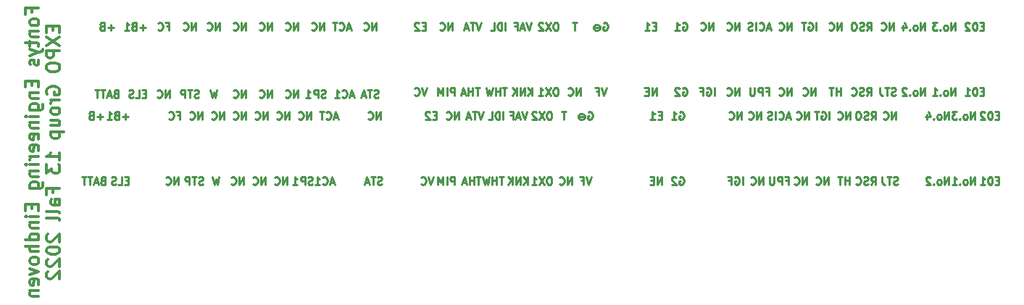
<source format=gbo>
G04 #@! TF.GenerationSoftware,KiCad,Pcbnew,(6.0.9)*
G04 #@! TF.CreationDate,2023-01-09T10:20:38+01:00*
G04 #@! TF.ProjectId,Speeduino 1990 Rev2 3SGE ECU adapter 174518-7,53706565-6475-4696-9e6f-203139393020,1*
G04 #@! TF.SameCoordinates,Original*
G04 #@! TF.FileFunction,Legend,Bot*
G04 #@! TF.FilePolarity,Positive*
%FSLAX46Y46*%
G04 Gerber Fmt 4.6, Leading zero omitted, Abs format (unit mm)*
G04 Created by KiCad (PCBNEW (6.0.9)) date 2023-01-09 10:20:38*
%MOMM*%
%LPD*%
G01*
G04 APERTURE LIST*
%ADD10C,0.223520*%
%ADD11C,0.304800*%
G04 APERTURE END LIST*
D10*
X78177142Y-70257142D02*
X78177142Y-69357142D01*
X77662857Y-70257142D01*
X77662857Y-69357142D01*
X76720000Y-70171428D02*
X76762857Y-70214285D01*
X76891428Y-70257142D01*
X76977142Y-70257142D01*
X77105714Y-70214285D01*
X77191428Y-70128571D01*
X77234285Y-70042857D01*
X77277142Y-69871428D01*
X77277142Y-69742857D01*
X77234285Y-69571428D01*
X77191428Y-69485714D01*
X77105714Y-69400000D01*
X76977142Y-69357142D01*
X76891428Y-69357142D01*
X76762857Y-69400000D01*
X76720000Y-69442857D01*
X78045428Y-62165714D02*
X78345428Y-62165714D01*
X78345428Y-62637142D02*
X78345428Y-61737142D01*
X77916857Y-61737142D01*
X77059714Y-62551428D02*
X77102571Y-62594285D01*
X77231142Y-62637142D01*
X77316857Y-62637142D01*
X77445428Y-62594285D01*
X77531142Y-62508571D01*
X77574000Y-62422857D01*
X77616857Y-62251428D01*
X77616857Y-62122857D01*
X77574000Y-61951428D01*
X77531142Y-61865714D01*
X77445428Y-61780000D01*
X77316857Y-61737142D01*
X77231142Y-61737142D01*
X77102571Y-61780000D01*
X77059714Y-61822857D01*
X72359714Y-69785714D02*
X72059714Y-69785714D01*
X71931142Y-70257142D02*
X72359714Y-70257142D01*
X72359714Y-69357142D01*
X71931142Y-69357142D01*
X71116857Y-70257142D02*
X71545428Y-70257142D01*
X71545428Y-69357142D01*
X70859714Y-70214285D02*
X70731142Y-70257142D01*
X70516857Y-70257142D01*
X70431142Y-70214285D01*
X70388285Y-70171428D01*
X70345428Y-70085714D01*
X70345428Y-70000000D01*
X70388285Y-69914285D01*
X70431142Y-69871428D01*
X70516857Y-69828571D01*
X70688285Y-69785714D01*
X70774000Y-69742857D01*
X70816857Y-69700000D01*
X70859714Y-69614285D01*
X70859714Y-69528571D01*
X70816857Y-69442857D01*
X70774000Y-69400000D01*
X70688285Y-69357142D01*
X70474000Y-69357142D01*
X70345428Y-69400000D01*
X72341428Y-62294285D02*
X71655714Y-62294285D01*
X71998571Y-62637142D02*
X71998571Y-61951428D01*
X70927142Y-62165714D02*
X70798571Y-62208571D01*
X70755714Y-62251428D01*
X70712857Y-62337142D01*
X70712857Y-62465714D01*
X70755714Y-62551428D01*
X70798571Y-62594285D01*
X70884285Y-62637142D01*
X71227142Y-62637142D01*
X71227142Y-61737142D01*
X70927142Y-61737142D01*
X70841428Y-61780000D01*
X70798571Y-61822857D01*
X70755714Y-61908571D01*
X70755714Y-61994285D01*
X70798571Y-62080000D01*
X70841428Y-62122857D01*
X70927142Y-62165714D01*
X71227142Y-62165714D01*
X69855714Y-62637142D02*
X70370000Y-62637142D01*
X70112857Y-62637142D02*
X70112857Y-61737142D01*
X70198571Y-61865714D01*
X70284285Y-61951428D01*
X70370000Y-61994285D01*
X69372857Y-62294285D02*
X68687142Y-62294285D01*
X69030000Y-62637142D02*
X69030000Y-61951428D01*
X67958571Y-62165714D02*
X67830000Y-62208571D01*
X67787142Y-62251428D01*
X67744285Y-62337142D01*
X67744285Y-62465714D01*
X67787142Y-62551428D01*
X67830000Y-62594285D01*
X67915714Y-62637142D01*
X68258571Y-62637142D01*
X68258571Y-61737142D01*
X67958571Y-61737142D01*
X67872857Y-61780000D01*
X67830000Y-61822857D01*
X67787142Y-61908571D01*
X67787142Y-61994285D01*
X67830000Y-62080000D01*
X67872857Y-62122857D01*
X67958571Y-62165714D01*
X68258571Y-62165714D01*
X69333142Y-69785714D02*
X69204571Y-69828571D01*
X69161714Y-69871428D01*
X69118857Y-69957142D01*
X69118857Y-70085714D01*
X69161714Y-70171428D01*
X69204571Y-70214285D01*
X69290285Y-70257142D01*
X69633142Y-70257142D01*
X69633142Y-69357142D01*
X69333142Y-69357142D01*
X69247428Y-69400000D01*
X69204571Y-69442857D01*
X69161714Y-69528571D01*
X69161714Y-69614285D01*
X69204571Y-69700000D01*
X69247428Y-69742857D01*
X69333142Y-69785714D01*
X69633142Y-69785714D01*
X68776000Y-70000000D02*
X68347428Y-70000000D01*
X68861714Y-70257142D02*
X68561714Y-69357142D01*
X68261714Y-70257142D01*
X68090285Y-69357142D02*
X67576000Y-69357142D01*
X67833142Y-70257142D02*
X67833142Y-69357142D01*
X67404571Y-69357142D02*
X66890285Y-69357142D01*
X67147428Y-70257142D02*
X67147428Y-69357142D01*
X91131142Y-62637142D02*
X91131142Y-61737142D01*
X90616857Y-62637142D01*
X90616857Y-61737142D01*
X89674000Y-62551428D02*
X89716857Y-62594285D01*
X89845428Y-62637142D01*
X89931142Y-62637142D01*
X90059714Y-62594285D01*
X90145428Y-62508571D01*
X90188285Y-62422857D01*
X90231142Y-62251428D01*
X90231142Y-62122857D01*
X90188285Y-61951428D01*
X90145428Y-61865714D01*
X90059714Y-61780000D01*
X89931142Y-61737142D01*
X89845428Y-61737142D01*
X89716857Y-61780000D01*
X89674000Y-61822857D01*
X86051142Y-62637142D02*
X86051142Y-61737142D01*
X85536857Y-62637142D01*
X85536857Y-61737142D01*
X84594000Y-62551428D02*
X84636857Y-62594285D01*
X84765428Y-62637142D01*
X84851142Y-62637142D01*
X84979714Y-62594285D01*
X85065428Y-62508571D01*
X85108285Y-62422857D01*
X85151142Y-62251428D01*
X85151142Y-62122857D01*
X85108285Y-61951428D01*
X85065428Y-61865714D01*
X84979714Y-61780000D01*
X84851142Y-61737142D01*
X84765428Y-61737142D01*
X84636857Y-61780000D01*
X84594000Y-61822857D01*
X93671142Y-62637142D02*
X93671142Y-61737142D01*
X93156857Y-62637142D01*
X93156857Y-61737142D01*
X92214000Y-62551428D02*
X92256857Y-62594285D01*
X92385428Y-62637142D01*
X92471142Y-62637142D01*
X92599714Y-62594285D01*
X92685428Y-62508571D01*
X92728285Y-62422857D01*
X92771142Y-62251428D01*
X92771142Y-62122857D01*
X92728285Y-61951428D01*
X92685428Y-61865714D01*
X92599714Y-61780000D01*
X92471142Y-61737142D01*
X92385428Y-61737142D01*
X92256857Y-61780000D01*
X92214000Y-61822857D01*
X80971142Y-62637142D02*
X80971142Y-61737142D01*
X80456857Y-62637142D01*
X80456857Y-61737142D01*
X79514000Y-62551428D02*
X79556857Y-62594285D01*
X79685428Y-62637142D01*
X79771142Y-62637142D01*
X79899714Y-62594285D01*
X79985428Y-62508571D01*
X80028285Y-62422857D01*
X80071142Y-62251428D01*
X80071142Y-62122857D01*
X80028285Y-61951428D01*
X79985428Y-61865714D01*
X79899714Y-61780000D01*
X79771142Y-61737142D01*
X79685428Y-61737142D01*
X79556857Y-61780000D01*
X79514000Y-61822857D01*
X96765142Y-62380000D02*
X96336571Y-62380000D01*
X96850857Y-62637142D02*
X96550857Y-61737142D01*
X96250857Y-62637142D01*
X95436571Y-62551428D02*
X95479428Y-62594285D01*
X95608000Y-62637142D01*
X95693714Y-62637142D01*
X95822285Y-62594285D01*
X95908000Y-62508571D01*
X95950857Y-62422857D01*
X95993714Y-62251428D01*
X95993714Y-62122857D01*
X95950857Y-61951428D01*
X95908000Y-61865714D01*
X95822285Y-61780000D01*
X95693714Y-61737142D01*
X95608000Y-61737142D01*
X95479428Y-61780000D01*
X95436571Y-61822857D01*
X95179428Y-61737142D02*
X94665142Y-61737142D01*
X94922285Y-62637142D02*
X94922285Y-61737142D01*
X96342857Y-70000000D02*
X95914285Y-70000000D01*
X96428571Y-70257142D02*
X96128571Y-69357142D01*
X95828571Y-70257142D01*
X95014285Y-70171428D02*
X95057142Y-70214285D01*
X95185714Y-70257142D01*
X95271428Y-70257142D01*
X95400000Y-70214285D01*
X95485714Y-70128571D01*
X95528571Y-70042857D01*
X95571428Y-69871428D01*
X95571428Y-69742857D01*
X95528571Y-69571428D01*
X95485714Y-69485714D01*
X95400000Y-69400000D01*
X95271428Y-69357142D01*
X95185714Y-69357142D01*
X95057142Y-69400000D01*
X95014285Y-69442857D01*
X94157142Y-70257142D02*
X94671428Y-70257142D01*
X94414285Y-70257142D02*
X94414285Y-69357142D01*
X94500000Y-69485714D01*
X94585714Y-69571428D01*
X94671428Y-69614285D01*
X88591142Y-62637142D02*
X88591142Y-61737142D01*
X88076857Y-62637142D01*
X88076857Y-61737142D01*
X87134000Y-62551428D02*
X87176857Y-62594285D01*
X87305428Y-62637142D01*
X87391142Y-62637142D01*
X87519714Y-62594285D01*
X87605428Y-62508571D01*
X87648285Y-62422857D01*
X87691142Y-62251428D01*
X87691142Y-62122857D01*
X87648285Y-61951428D01*
X87605428Y-61865714D01*
X87519714Y-61780000D01*
X87391142Y-61737142D01*
X87305428Y-61737142D01*
X87176857Y-61780000D01*
X87134000Y-61822857D01*
X101799142Y-62637142D02*
X101799142Y-61737142D01*
X101284857Y-62637142D01*
X101284857Y-61737142D01*
X100342000Y-62551428D02*
X100384857Y-62594285D01*
X100513428Y-62637142D01*
X100599142Y-62637142D01*
X100727714Y-62594285D01*
X100813428Y-62508571D01*
X100856285Y-62422857D01*
X100899142Y-62251428D01*
X100899142Y-62122857D01*
X100856285Y-61951428D01*
X100813428Y-61865714D01*
X100727714Y-61780000D01*
X100599142Y-61737142D01*
X100513428Y-61737142D01*
X100384857Y-61780000D01*
X100342000Y-61822857D01*
X83511142Y-62637142D02*
X83511142Y-61737142D01*
X82996857Y-62637142D01*
X82996857Y-61737142D01*
X82054000Y-62551428D02*
X82096857Y-62594285D01*
X82225428Y-62637142D01*
X82311142Y-62637142D01*
X82439714Y-62594285D01*
X82525428Y-62508571D01*
X82568285Y-62422857D01*
X82611142Y-62251428D01*
X82611142Y-62122857D01*
X82568285Y-61951428D01*
X82525428Y-61865714D01*
X82439714Y-61780000D01*
X82311142Y-61737142D01*
X82225428Y-61737142D01*
X82096857Y-61780000D01*
X82054000Y-61822857D01*
X101950714Y-70214285D02*
X101822142Y-70257142D01*
X101607857Y-70257142D01*
X101522142Y-70214285D01*
X101479285Y-70171428D01*
X101436428Y-70085714D01*
X101436428Y-70000000D01*
X101479285Y-69914285D01*
X101522142Y-69871428D01*
X101607857Y-69828571D01*
X101779285Y-69785714D01*
X101865000Y-69742857D01*
X101907857Y-69700000D01*
X101950714Y-69614285D01*
X101950714Y-69528571D01*
X101907857Y-69442857D01*
X101865000Y-69400000D01*
X101779285Y-69357142D01*
X101565000Y-69357142D01*
X101436428Y-69400000D01*
X101179285Y-69357142D02*
X100665000Y-69357142D01*
X100922142Y-70257142D02*
X100922142Y-69357142D01*
X100407857Y-70000000D02*
X99979285Y-70000000D01*
X100493571Y-70257142D02*
X100193571Y-69357142D01*
X99893571Y-70257142D01*
X126415714Y-69357142D02*
X126115714Y-70257142D01*
X125815714Y-69357142D01*
X125215714Y-69785714D02*
X125515714Y-69785714D01*
X125515714Y-70257142D02*
X125515714Y-69357142D01*
X125087142Y-69357142D01*
X134606428Y-62165714D02*
X134306428Y-62165714D01*
X134177857Y-62637142D02*
X134606428Y-62637142D01*
X134606428Y-61737142D01*
X134177857Y-61737142D01*
X133320714Y-62637142D02*
X133835000Y-62637142D01*
X133577857Y-62637142D02*
X133577857Y-61737142D01*
X133663571Y-61865714D01*
X133749285Y-61951428D01*
X133835000Y-61994285D01*
X134649285Y-70257142D02*
X134649285Y-69357142D01*
X134135000Y-70257142D01*
X134135000Y-69357142D01*
X133706428Y-69785714D02*
X133406428Y-69785714D01*
X133277857Y-70257142D02*
X133706428Y-70257142D01*
X133706428Y-69357142D01*
X133277857Y-69357142D01*
X119013142Y-70257142D02*
X119013142Y-69357142D01*
X118498857Y-70257142D02*
X118884571Y-69742857D01*
X118498857Y-69357142D02*
X119013142Y-69871428D01*
X118113142Y-70257142D02*
X118113142Y-69357142D01*
X117598857Y-70257142D01*
X117598857Y-69357142D01*
X117170285Y-70257142D02*
X117170285Y-69357142D01*
X116656000Y-70257142D02*
X117041714Y-69742857D01*
X116656000Y-69357142D02*
X117170285Y-69871428D01*
X110438285Y-70257142D02*
X110438285Y-69357142D01*
X110095428Y-69357142D01*
X110009714Y-69400000D01*
X109966857Y-69442857D01*
X109924000Y-69528571D01*
X109924000Y-69657142D01*
X109966857Y-69742857D01*
X110009714Y-69785714D01*
X110095428Y-69828571D01*
X110438285Y-69828571D01*
X109538285Y-70257142D02*
X109538285Y-69357142D01*
X109109714Y-70257142D02*
X109109714Y-69357142D01*
X108809714Y-70000000D01*
X108509714Y-69357142D01*
X108509714Y-70257142D01*
X136717857Y-61780000D02*
X136803571Y-61737142D01*
X136932142Y-61737142D01*
X137060714Y-61780000D01*
X137146428Y-61865714D01*
X137189285Y-61951428D01*
X137232142Y-62122857D01*
X137232142Y-62251428D01*
X137189285Y-62422857D01*
X137146428Y-62508571D01*
X137060714Y-62594285D01*
X136932142Y-62637142D01*
X136846428Y-62637142D01*
X136717857Y-62594285D01*
X136675000Y-62551428D01*
X136675000Y-62251428D01*
X136846428Y-62251428D01*
X135817857Y-62637142D02*
X136332142Y-62637142D01*
X136075000Y-62637142D02*
X136075000Y-61737142D01*
X136160714Y-61865714D01*
X136246428Y-61951428D01*
X136332142Y-61994285D01*
X116177857Y-69357142D02*
X115663571Y-69357142D01*
X115920714Y-70257142D02*
X115920714Y-69357142D01*
X115363571Y-70257142D02*
X115363571Y-69357142D01*
X115363571Y-69785714D02*
X114849285Y-69785714D01*
X114849285Y-70257142D02*
X114849285Y-69357142D01*
X114506428Y-69357142D02*
X114292142Y-70257142D01*
X114120714Y-69614285D01*
X113949285Y-70257142D01*
X113735000Y-69357142D01*
X136717857Y-69400000D02*
X136803571Y-69357142D01*
X136932142Y-69357142D01*
X137060714Y-69400000D01*
X137146428Y-69485714D01*
X137189285Y-69571428D01*
X137232142Y-69742857D01*
X137232142Y-69871428D01*
X137189285Y-70042857D01*
X137146428Y-70128571D01*
X137060714Y-70214285D01*
X136932142Y-70257142D01*
X136846428Y-70257142D01*
X136717857Y-70214285D01*
X136675000Y-70171428D01*
X136675000Y-69871428D01*
X136846428Y-69871428D01*
X136332142Y-69442857D02*
X136289285Y-69400000D01*
X136203571Y-69357142D01*
X135989285Y-69357142D01*
X135903571Y-69400000D01*
X135860714Y-69442857D01*
X135817857Y-69528571D01*
X135817857Y-69614285D01*
X135860714Y-69742857D01*
X136375000Y-70257142D01*
X135817857Y-70257142D01*
X113509285Y-69357142D02*
X112995000Y-69357142D01*
X113252142Y-70257142D02*
X113252142Y-69357142D01*
X112695000Y-70257142D02*
X112695000Y-69357142D01*
X112695000Y-69785714D02*
X112180714Y-69785714D01*
X112180714Y-70257142D02*
X112180714Y-69357142D01*
X111795000Y-70000000D02*
X111366428Y-70000000D01*
X111880714Y-70257142D02*
X111580714Y-69357142D01*
X111280714Y-70257142D01*
X124151142Y-70257142D02*
X124151142Y-69357142D01*
X123636857Y-70257142D01*
X123636857Y-69357142D01*
X122694000Y-70171428D02*
X122736857Y-70214285D01*
X122865428Y-70257142D01*
X122951142Y-70257142D01*
X123079714Y-70214285D01*
X123165428Y-70128571D01*
X123208285Y-70042857D01*
X123251142Y-69871428D01*
X123251142Y-69742857D01*
X123208285Y-69571428D01*
X123165428Y-69485714D01*
X123079714Y-69400000D01*
X122951142Y-69357142D01*
X122865428Y-69357142D01*
X122736857Y-69400000D01*
X122694000Y-69442857D01*
X156556000Y-70257142D02*
X156556000Y-69357142D01*
X156556000Y-69785714D02*
X156041714Y-69785714D01*
X156041714Y-70257142D02*
X156041714Y-69357142D01*
X155741714Y-69357142D02*
X155227428Y-69357142D01*
X155484571Y-70257142D02*
X155484571Y-69357142D01*
X174024000Y-69785714D02*
X173724000Y-69785714D01*
X173595428Y-70257142D02*
X174024000Y-70257142D01*
X174024000Y-69357142D01*
X173595428Y-69357142D01*
X173038285Y-69357142D02*
X172952571Y-69357142D01*
X172866857Y-69400000D01*
X172824000Y-69442857D01*
X172781142Y-69528571D01*
X172738285Y-69700000D01*
X172738285Y-69914285D01*
X172781142Y-70085714D01*
X172824000Y-70171428D01*
X172866857Y-70214285D01*
X172952571Y-70257142D01*
X173038285Y-70257142D01*
X173124000Y-70214285D01*
X173166857Y-70171428D01*
X173209714Y-70085714D01*
X173252571Y-69914285D01*
X173252571Y-69700000D01*
X173209714Y-69528571D01*
X173166857Y-69442857D01*
X173124000Y-69400000D01*
X173038285Y-69357142D01*
X171881142Y-70257142D02*
X172395428Y-70257142D01*
X172138285Y-70257142D02*
X172138285Y-69357142D01*
X172224000Y-69485714D01*
X172309714Y-69571428D01*
X172395428Y-69614285D01*
X143963142Y-62637142D02*
X143963142Y-61737142D01*
X143448857Y-62637142D01*
X143448857Y-61737142D01*
X142506000Y-62551428D02*
X142548857Y-62594285D01*
X142677428Y-62637142D01*
X142763142Y-62637142D01*
X142891714Y-62594285D01*
X142977428Y-62508571D01*
X143020285Y-62422857D01*
X143063142Y-62251428D01*
X143063142Y-62122857D01*
X143020285Y-61951428D01*
X142977428Y-61865714D01*
X142891714Y-61780000D01*
X142763142Y-61737142D01*
X142677428Y-61737142D01*
X142548857Y-61780000D01*
X142506000Y-61822857D01*
X154123142Y-70257142D02*
X154123142Y-69357142D01*
X153608857Y-70257142D01*
X153608857Y-69357142D01*
X152666000Y-70171428D02*
X152708857Y-70214285D01*
X152837428Y-70257142D01*
X152923142Y-70257142D01*
X153051714Y-70214285D01*
X153137428Y-70128571D01*
X153180285Y-70042857D01*
X153223142Y-69871428D01*
X153223142Y-69742857D01*
X153180285Y-69571428D01*
X153137428Y-69485714D01*
X153051714Y-69400000D01*
X152923142Y-69357142D01*
X152837428Y-69357142D01*
X152708857Y-69400000D01*
X152666000Y-69442857D01*
X146503142Y-70257142D02*
X146503142Y-69357142D01*
X145988857Y-70257142D01*
X145988857Y-69357142D01*
X145046000Y-70171428D02*
X145088857Y-70214285D01*
X145217428Y-70257142D01*
X145303142Y-70257142D01*
X145431714Y-70214285D01*
X145517428Y-70128571D01*
X145560285Y-70042857D01*
X145603142Y-69871428D01*
X145603142Y-69742857D01*
X145560285Y-69571428D01*
X145517428Y-69485714D01*
X145431714Y-69400000D01*
X145303142Y-69357142D01*
X145217428Y-69357142D01*
X145088857Y-69400000D01*
X145046000Y-69442857D01*
X151583142Y-70257142D02*
X151583142Y-69357142D01*
X151068857Y-70257142D01*
X151068857Y-69357142D01*
X150126000Y-70171428D02*
X150168857Y-70214285D01*
X150297428Y-70257142D01*
X150383142Y-70257142D01*
X150511714Y-70214285D01*
X150597428Y-70128571D01*
X150640285Y-70042857D01*
X150683142Y-69871428D01*
X150683142Y-69742857D01*
X150640285Y-69571428D01*
X150597428Y-69485714D01*
X150511714Y-69400000D01*
X150383142Y-69357142D01*
X150297428Y-69357142D01*
X150168857Y-69400000D01*
X150126000Y-69442857D01*
X151837142Y-62637142D02*
X151837142Y-61737142D01*
X151322857Y-62637142D01*
X151322857Y-61737142D01*
X150380000Y-62551428D02*
X150422857Y-62594285D01*
X150551428Y-62637142D01*
X150637142Y-62637142D01*
X150765714Y-62594285D01*
X150851428Y-62508571D01*
X150894285Y-62422857D01*
X150937142Y-62251428D01*
X150937142Y-62122857D01*
X150894285Y-61951428D01*
X150851428Y-61865714D01*
X150765714Y-61780000D01*
X150637142Y-61737142D01*
X150551428Y-61737142D01*
X150422857Y-61780000D01*
X150380000Y-61822857D01*
X171233142Y-70257142D02*
X171233142Y-69357142D01*
X170718857Y-70257142D01*
X170718857Y-69357142D01*
X170161714Y-70257142D02*
X170247428Y-70214285D01*
X170290285Y-70171428D01*
X170333142Y-70085714D01*
X170333142Y-69828571D01*
X170290285Y-69742857D01*
X170247428Y-69700000D01*
X170161714Y-69657142D01*
X170033142Y-69657142D01*
X169947428Y-69700000D01*
X169904571Y-69742857D01*
X169861714Y-69828571D01*
X169861714Y-70085714D01*
X169904571Y-70171428D01*
X169947428Y-70214285D01*
X170033142Y-70257142D01*
X170161714Y-70257142D01*
X169476000Y-70171428D02*
X169433142Y-70214285D01*
X169476000Y-70257142D01*
X169518857Y-70214285D01*
X169476000Y-70171428D01*
X169476000Y-70257142D01*
X168576000Y-70257142D02*
X169090285Y-70257142D01*
X168833142Y-70257142D02*
X168833142Y-69357142D01*
X168918857Y-69485714D01*
X169004571Y-69571428D01*
X169090285Y-69614285D01*
X154208857Y-62637142D02*
X154208857Y-61737142D01*
X153308857Y-61780000D02*
X153394571Y-61737142D01*
X153523142Y-61737142D01*
X153651714Y-61780000D01*
X153737428Y-61865714D01*
X153780285Y-61951428D01*
X153823142Y-62122857D01*
X153823142Y-62251428D01*
X153780285Y-62422857D01*
X153737428Y-62508571D01*
X153651714Y-62594285D01*
X153523142Y-62637142D01*
X153437428Y-62637142D01*
X153308857Y-62594285D01*
X153266000Y-62551428D01*
X153266000Y-62251428D01*
X153437428Y-62251428D01*
X153008857Y-61737142D02*
X152494571Y-61737142D01*
X152751714Y-62637142D02*
X152751714Y-61737142D01*
X159096000Y-70257142D02*
X159396000Y-69828571D01*
X159610285Y-70257142D02*
X159610285Y-69357142D01*
X159267428Y-69357142D01*
X159181714Y-69400000D01*
X159138857Y-69442857D01*
X159096000Y-69528571D01*
X159096000Y-69657142D01*
X159138857Y-69742857D01*
X159181714Y-69785714D01*
X159267428Y-69828571D01*
X159610285Y-69828571D01*
X158753142Y-70214285D02*
X158624571Y-70257142D01*
X158410285Y-70257142D01*
X158324571Y-70214285D01*
X158281714Y-70171428D01*
X158238857Y-70085714D01*
X158238857Y-70000000D01*
X158281714Y-69914285D01*
X158324571Y-69871428D01*
X158410285Y-69828571D01*
X158581714Y-69785714D01*
X158667428Y-69742857D01*
X158710285Y-69700000D01*
X158753142Y-69614285D01*
X158753142Y-69528571D01*
X158710285Y-69442857D01*
X158667428Y-69400000D01*
X158581714Y-69357142D01*
X158367428Y-69357142D01*
X158238857Y-69400000D01*
X157338857Y-70171428D02*
X157381714Y-70214285D01*
X157510285Y-70257142D01*
X157596000Y-70257142D01*
X157724571Y-70214285D01*
X157810285Y-70128571D01*
X157853142Y-70042857D01*
X157896000Y-69871428D01*
X157896000Y-69742857D01*
X157853142Y-69571428D01*
X157810285Y-69485714D01*
X157724571Y-69400000D01*
X157596000Y-69357142D01*
X157510285Y-69357142D01*
X157381714Y-69400000D01*
X157338857Y-69442857D01*
X161997142Y-62637142D02*
X161997142Y-61737142D01*
X161482857Y-62637142D01*
X161482857Y-61737142D01*
X160540000Y-62551428D02*
X160582857Y-62594285D01*
X160711428Y-62637142D01*
X160797142Y-62637142D01*
X160925714Y-62594285D01*
X161011428Y-62508571D01*
X161054285Y-62422857D01*
X161097142Y-62251428D01*
X161097142Y-62122857D01*
X161054285Y-61951428D01*
X161011428Y-61865714D01*
X160925714Y-61780000D01*
X160797142Y-61737142D01*
X160711428Y-61737142D01*
X160582857Y-61780000D01*
X160540000Y-61822857D01*
X171233142Y-62637142D02*
X171233142Y-61737142D01*
X170718857Y-62637142D01*
X170718857Y-61737142D01*
X170161714Y-62637142D02*
X170247428Y-62594285D01*
X170290285Y-62551428D01*
X170333142Y-62465714D01*
X170333142Y-62208571D01*
X170290285Y-62122857D01*
X170247428Y-62080000D01*
X170161714Y-62037142D01*
X170033142Y-62037142D01*
X169947428Y-62080000D01*
X169904571Y-62122857D01*
X169861714Y-62208571D01*
X169861714Y-62465714D01*
X169904571Y-62551428D01*
X169947428Y-62594285D01*
X170033142Y-62637142D01*
X170161714Y-62637142D01*
X169476000Y-62551428D02*
X169433142Y-62594285D01*
X169476000Y-62637142D01*
X169518857Y-62594285D01*
X169476000Y-62551428D01*
X169476000Y-62637142D01*
X169133142Y-61737142D02*
X168576000Y-61737142D01*
X168876000Y-62080000D01*
X168747428Y-62080000D01*
X168661714Y-62122857D01*
X168618857Y-62165714D01*
X168576000Y-62251428D01*
X168576000Y-62465714D01*
X168618857Y-62551428D01*
X168661714Y-62594285D01*
X168747428Y-62637142D01*
X169004571Y-62637142D01*
X169090285Y-62594285D01*
X169133142Y-62551428D01*
X168185142Y-62637142D02*
X168185142Y-61737142D01*
X167670857Y-62637142D01*
X167670857Y-61737142D01*
X167113714Y-62637142D02*
X167199428Y-62594285D01*
X167242285Y-62551428D01*
X167285142Y-62465714D01*
X167285142Y-62208571D01*
X167242285Y-62122857D01*
X167199428Y-62080000D01*
X167113714Y-62037142D01*
X166985142Y-62037142D01*
X166899428Y-62080000D01*
X166856571Y-62122857D01*
X166813714Y-62208571D01*
X166813714Y-62465714D01*
X166856571Y-62551428D01*
X166899428Y-62594285D01*
X166985142Y-62637142D01*
X167113714Y-62637142D01*
X166428000Y-62551428D02*
X166385142Y-62594285D01*
X166428000Y-62637142D01*
X166470857Y-62594285D01*
X166428000Y-62551428D01*
X166428000Y-62637142D01*
X165613714Y-62037142D02*
X165613714Y-62637142D01*
X165828000Y-61694285D02*
X166042285Y-62337142D01*
X165485142Y-62337142D01*
X162232857Y-70214285D02*
X162104285Y-70257142D01*
X161890000Y-70257142D01*
X161804285Y-70214285D01*
X161761428Y-70171428D01*
X161718571Y-70085714D01*
X161718571Y-70000000D01*
X161761428Y-69914285D01*
X161804285Y-69871428D01*
X161890000Y-69828571D01*
X162061428Y-69785714D01*
X162147142Y-69742857D01*
X162190000Y-69700000D01*
X162232857Y-69614285D01*
X162232857Y-69528571D01*
X162190000Y-69442857D01*
X162147142Y-69400000D01*
X162061428Y-69357142D01*
X161847142Y-69357142D01*
X161718571Y-69400000D01*
X161461428Y-69357142D02*
X160947142Y-69357142D01*
X161204285Y-70257142D02*
X161204285Y-69357142D01*
X160390000Y-69357142D02*
X160390000Y-70000000D01*
X160432857Y-70128571D01*
X160518571Y-70214285D01*
X160647142Y-70257142D01*
X160732857Y-70257142D01*
X174024000Y-62165714D02*
X173724000Y-62165714D01*
X173595428Y-62637142D02*
X174024000Y-62637142D01*
X174024000Y-61737142D01*
X173595428Y-61737142D01*
X173038285Y-61737142D02*
X172952571Y-61737142D01*
X172866857Y-61780000D01*
X172824000Y-61822857D01*
X172781142Y-61908571D01*
X172738285Y-62080000D01*
X172738285Y-62294285D01*
X172781142Y-62465714D01*
X172824000Y-62551428D01*
X172866857Y-62594285D01*
X172952571Y-62637142D01*
X173038285Y-62637142D01*
X173124000Y-62594285D01*
X173166857Y-62551428D01*
X173209714Y-62465714D01*
X173252571Y-62294285D01*
X173252571Y-62080000D01*
X173209714Y-61908571D01*
X173166857Y-61822857D01*
X173124000Y-61780000D01*
X173038285Y-61737142D01*
X172395428Y-61822857D02*
X172352571Y-61780000D01*
X172266857Y-61737142D01*
X172052571Y-61737142D01*
X171966857Y-61780000D01*
X171924000Y-61822857D01*
X171881142Y-61908571D01*
X171881142Y-61994285D01*
X171924000Y-62122857D01*
X172438285Y-62637142D01*
X171881142Y-62637142D01*
X159117428Y-62637142D02*
X159417428Y-62208571D01*
X159631714Y-62637142D02*
X159631714Y-61737142D01*
X159288857Y-61737142D01*
X159203142Y-61780000D01*
X159160285Y-61822857D01*
X159117428Y-61908571D01*
X159117428Y-62037142D01*
X159160285Y-62122857D01*
X159203142Y-62165714D01*
X159288857Y-62208571D01*
X159631714Y-62208571D01*
X158774571Y-62594285D02*
X158646000Y-62637142D01*
X158431714Y-62637142D01*
X158346000Y-62594285D01*
X158303142Y-62551428D01*
X158260285Y-62465714D01*
X158260285Y-62380000D01*
X158303142Y-62294285D01*
X158346000Y-62251428D01*
X158431714Y-62208571D01*
X158603142Y-62165714D01*
X158688857Y-62122857D01*
X158731714Y-62080000D01*
X158774571Y-61994285D01*
X158774571Y-61908571D01*
X158731714Y-61822857D01*
X158688857Y-61780000D01*
X158603142Y-61737142D01*
X158388857Y-61737142D01*
X158260285Y-61780000D01*
X157703142Y-61737142D02*
X157531714Y-61737142D01*
X157446000Y-61780000D01*
X157360285Y-61865714D01*
X157317428Y-62037142D01*
X157317428Y-62337142D01*
X157360285Y-62508571D01*
X157446000Y-62594285D01*
X157531714Y-62637142D01*
X157703142Y-62637142D01*
X157788857Y-62594285D01*
X157874571Y-62508571D01*
X157917428Y-62337142D01*
X157917428Y-62037142D01*
X157874571Y-61865714D01*
X157788857Y-61780000D01*
X157703142Y-61737142D01*
X146249142Y-62637142D02*
X146249142Y-61737142D01*
X145734857Y-62637142D01*
X145734857Y-61737142D01*
X144792000Y-62551428D02*
X144834857Y-62594285D01*
X144963428Y-62637142D01*
X145049142Y-62637142D01*
X145177714Y-62594285D01*
X145263428Y-62508571D01*
X145306285Y-62422857D01*
X145349142Y-62251428D01*
X145349142Y-62122857D01*
X145306285Y-61951428D01*
X145263428Y-61865714D01*
X145177714Y-61780000D01*
X145049142Y-61737142D01*
X144963428Y-61737142D01*
X144834857Y-61780000D01*
X144792000Y-61822857D01*
X156663142Y-62637142D02*
X156663142Y-61737142D01*
X156148857Y-62637142D01*
X156148857Y-61737142D01*
X155206000Y-62551428D02*
X155248857Y-62594285D01*
X155377428Y-62637142D01*
X155463142Y-62637142D01*
X155591714Y-62594285D01*
X155677428Y-62508571D01*
X155720285Y-62422857D01*
X155763142Y-62251428D01*
X155763142Y-62122857D01*
X155720285Y-61951428D01*
X155677428Y-61865714D01*
X155591714Y-61780000D01*
X155463142Y-61737142D01*
X155377428Y-61737142D01*
X155248857Y-61780000D01*
X155206000Y-61822857D01*
X168185142Y-70257142D02*
X168185142Y-69357142D01*
X167670857Y-70257142D01*
X167670857Y-69357142D01*
X167113714Y-70257142D02*
X167199428Y-70214285D01*
X167242285Y-70171428D01*
X167285142Y-70085714D01*
X167285142Y-69828571D01*
X167242285Y-69742857D01*
X167199428Y-69700000D01*
X167113714Y-69657142D01*
X166985142Y-69657142D01*
X166899428Y-69700000D01*
X166856571Y-69742857D01*
X166813714Y-69828571D01*
X166813714Y-70085714D01*
X166856571Y-70171428D01*
X166899428Y-70214285D01*
X166985142Y-70257142D01*
X167113714Y-70257142D01*
X166428000Y-70171428D02*
X166385142Y-70214285D01*
X166428000Y-70257142D01*
X166470857Y-70214285D01*
X166428000Y-70171428D01*
X166428000Y-70257142D01*
X166042285Y-69442857D02*
X165999428Y-69400000D01*
X165913714Y-69357142D01*
X165699428Y-69357142D01*
X165613714Y-69400000D01*
X165570857Y-69442857D01*
X165528000Y-69528571D01*
X165528000Y-69614285D01*
X165570857Y-69742857D01*
X166085142Y-70257142D01*
X165528000Y-70257142D01*
X144091714Y-70257142D02*
X144091714Y-69357142D01*
X143191714Y-69400000D02*
X143277428Y-69357142D01*
X143406000Y-69357142D01*
X143534571Y-69400000D01*
X143620285Y-69485714D01*
X143663142Y-69571428D01*
X143706000Y-69742857D01*
X143706000Y-69871428D01*
X143663142Y-70042857D01*
X143620285Y-70128571D01*
X143534571Y-70214285D01*
X143406000Y-70257142D01*
X143320285Y-70257142D01*
X143191714Y-70214285D01*
X143148857Y-70171428D01*
X143148857Y-69871428D01*
X143320285Y-69871428D01*
X142463142Y-69785714D02*
X142763142Y-69785714D01*
X142763142Y-70257142D02*
X142763142Y-69357142D01*
X142334571Y-69357142D01*
X108317428Y-62165714D02*
X108017428Y-62165714D01*
X107888857Y-62637142D02*
X108317428Y-62637142D01*
X108317428Y-61737142D01*
X107888857Y-61737142D01*
X107546000Y-61822857D02*
X107503142Y-61780000D01*
X107417428Y-61737142D01*
X107203142Y-61737142D01*
X107117428Y-61780000D01*
X107074571Y-61822857D01*
X107031714Y-61908571D01*
X107031714Y-61994285D01*
X107074571Y-62122857D01*
X107588857Y-62637142D01*
X107031714Y-62637142D01*
X121592857Y-61737142D02*
X121421428Y-61737142D01*
X121335714Y-61780000D01*
X121250000Y-61865714D01*
X121207142Y-62037142D01*
X121207142Y-62337142D01*
X121250000Y-62508571D01*
X121335714Y-62594285D01*
X121421428Y-62637142D01*
X121592857Y-62637142D01*
X121678571Y-62594285D01*
X121764285Y-62508571D01*
X121807142Y-62337142D01*
X121807142Y-62037142D01*
X121764285Y-61865714D01*
X121678571Y-61780000D01*
X121592857Y-61737142D01*
X120907142Y-61737142D02*
X120307142Y-62637142D01*
X120307142Y-61737142D02*
X120907142Y-62637142D01*
X120007142Y-61822857D02*
X119964285Y-61780000D01*
X119878571Y-61737142D01*
X119664285Y-61737142D01*
X119578571Y-61780000D01*
X119535714Y-61822857D01*
X119492857Y-61908571D01*
X119492857Y-61994285D01*
X119535714Y-62122857D01*
X120050000Y-62637142D01*
X119492857Y-62637142D01*
X116130285Y-62637142D02*
X116130285Y-61737142D01*
X115701714Y-62637142D02*
X115701714Y-61737142D01*
X115487428Y-61737142D01*
X115358857Y-61780000D01*
X115273142Y-61865714D01*
X115230285Y-61951428D01*
X115187428Y-62122857D01*
X115187428Y-62251428D01*
X115230285Y-62422857D01*
X115273142Y-62508571D01*
X115358857Y-62594285D01*
X115487428Y-62637142D01*
X115701714Y-62637142D01*
X114373142Y-62637142D02*
X114801714Y-62637142D01*
X114801714Y-61737142D01*
X123447142Y-61737142D02*
X122932857Y-61737142D01*
X123190000Y-62637142D02*
X123190000Y-61737142D01*
X110943142Y-62637142D02*
X110943142Y-61737142D01*
X110428857Y-62637142D01*
X110428857Y-61737142D01*
X109486000Y-62551428D02*
X109528857Y-62594285D01*
X109657428Y-62637142D01*
X109743142Y-62637142D01*
X109871714Y-62594285D01*
X109957428Y-62508571D01*
X110000285Y-62422857D01*
X110043142Y-62251428D01*
X110043142Y-62122857D01*
X110000285Y-61951428D01*
X109957428Y-61865714D01*
X109871714Y-61780000D01*
X109743142Y-61737142D01*
X109657428Y-61737142D01*
X109528857Y-61780000D01*
X109486000Y-61822857D01*
X126051428Y-61780000D02*
X126137142Y-61737142D01*
X126265714Y-61737142D01*
X126394285Y-61780000D01*
X126480000Y-61865714D01*
X126522857Y-61951428D01*
X126565714Y-62122857D01*
X126565714Y-62251428D01*
X126522857Y-62422857D01*
X126480000Y-62508571D01*
X126394285Y-62594285D01*
X126265714Y-62637142D01*
X126180000Y-62637142D01*
X126051428Y-62594285D01*
X126008571Y-62551428D01*
X126008571Y-62251428D01*
X126180000Y-62251428D01*
X125365714Y-61951428D02*
X125194285Y-61951428D01*
X125022857Y-62037142D01*
X124937142Y-62208571D01*
X124937142Y-62380000D01*
X125022857Y-62551428D01*
X125194285Y-62637142D01*
X125365714Y-62637142D01*
X125537142Y-62551428D01*
X125622857Y-62380000D01*
X125622857Y-62208571D01*
X125537142Y-62037142D01*
X125365714Y-61951428D01*
X125451428Y-62294285D02*
X125108571Y-62294285D01*
X118927428Y-61737142D02*
X118627428Y-62637142D01*
X118327428Y-61737142D01*
X118070285Y-62380000D02*
X117641714Y-62380000D01*
X118156000Y-62637142D02*
X117856000Y-61737142D01*
X117556000Y-62637142D01*
X116956000Y-62165714D02*
X117256000Y-62165714D01*
X117256000Y-62637142D02*
X117256000Y-61737142D01*
X116827428Y-61737142D01*
X88337142Y-70257142D02*
X88337142Y-69357142D01*
X87822857Y-70257142D01*
X87822857Y-69357142D01*
X86880000Y-70171428D02*
X86922857Y-70214285D01*
X87051428Y-70257142D01*
X87137142Y-70257142D01*
X87265714Y-70214285D01*
X87351428Y-70128571D01*
X87394285Y-70042857D01*
X87437142Y-69871428D01*
X87437142Y-69742857D01*
X87394285Y-69571428D01*
X87351428Y-69485714D01*
X87265714Y-69400000D01*
X87137142Y-69357142D01*
X87051428Y-69357142D01*
X86922857Y-69400000D01*
X86880000Y-69442857D01*
X90877142Y-70257142D02*
X90877142Y-69357142D01*
X90362857Y-70257142D01*
X90362857Y-69357142D01*
X89420000Y-70171428D02*
X89462857Y-70214285D01*
X89591428Y-70257142D01*
X89677142Y-70257142D01*
X89805714Y-70214285D01*
X89891428Y-70128571D01*
X89934285Y-70042857D01*
X89977142Y-69871428D01*
X89977142Y-69742857D01*
X89934285Y-69571428D01*
X89891428Y-69485714D01*
X89805714Y-69400000D01*
X89677142Y-69357142D01*
X89591428Y-69357142D01*
X89462857Y-69400000D01*
X89420000Y-69442857D01*
X113804571Y-61737142D02*
X113504571Y-62637142D01*
X113204571Y-61737142D01*
X113033142Y-61737142D02*
X112518857Y-61737142D01*
X112776000Y-62637142D02*
X112776000Y-61737142D01*
X112261714Y-62380000D02*
X111833142Y-62380000D01*
X112347428Y-62637142D02*
X112047428Y-61737142D01*
X111747428Y-62637142D01*
X107938000Y-69357142D02*
X107638000Y-70257142D01*
X107338000Y-69357142D01*
X106523714Y-70171428D02*
X106566571Y-70214285D01*
X106695142Y-70257142D01*
X106780857Y-70257142D01*
X106909428Y-70214285D01*
X106995142Y-70128571D01*
X107038000Y-70042857D01*
X107080857Y-69871428D01*
X107080857Y-69742857D01*
X107038000Y-69571428D01*
X106995142Y-69485714D01*
X106909428Y-69400000D01*
X106780857Y-69357142D01*
X106695142Y-69357142D01*
X106566571Y-69400000D01*
X106523714Y-69442857D01*
X82935714Y-69357142D02*
X82721428Y-70257142D01*
X82550000Y-69614285D01*
X82378571Y-70257142D01*
X82164285Y-69357142D01*
X85797142Y-70257142D02*
X85797142Y-69357142D01*
X85282857Y-70257142D01*
X85282857Y-69357142D01*
X84340000Y-70171428D02*
X84382857Y-70214285D01*
X84511428Y-70257142D01*
X84597142Y-70257142D01*
X84725714Y-70214285D01*
X84811428Y-70128571D01*
X84854285Y-70042857D01*
X84897142Y-69871428D01*
X84897142Y-69742857D01*
X84854285Y-69571428D01*
X84811428Y-69485714D01*
X84725714Y-69400000D01*
X84597142Y-69357142D01*
X84511428Y-69357142D01*
X84382857Y-69400000D01*
X84340000Y-69442857D01*
X93845714Y-70214285D02*
X93717142Y-70257142D01*
X93502857Y-70257142D01*
X93417142Y-70214285D01*
X93374285Y-70171428D01*
X93331428Y-70085714D01*
X93331428Y-70000000D01*
X93374285Y-69914285D01*
X93417142Y-69871428D01*
X93502857Y-69828571D01*
X93674285Y-69785714D01*
X93760000Y-69742857D01*
X93802857Y-69700000D01*
X93845714Y-69614285D01*
X93845714Y-69528571D01*
X93802857Y-69442857D01*
X93760000Y-69400000D01*
X93674285Y-69357142D01*
X93460000Y-69357142D01*
X93331428Y-69400000D01*
X92945714Y-70257142D02*
X92945714Y-69357142D01*
X92602857Y-69357142D01*
X92517142Y-69400000D01*
X92474285Y-69442857D01*
X92431428Y-69528571D01*
X92431428Y-69657142D01*
X92474285Y-69742857D01*
X92517142Y-69785714D01*
X92602857Y-69828571D01*
X92945714Y-69828571D01*
X91574285Y-70257142D02*
X92088571Y-70257142D01*
X91831428Y-70257142D02*
X91831428Y-69357142D01*
X91917142Y-69485714D01*
X92002857Y-69571428D01*
X92088571Y-69614285D01*
X121592857Y-69357142D02*
X121421428Y-69357142D01*
X121335714Y-69400000D01*
X121250000Y-69485714D01*
X121207142Y-69657142D01*
X121207142Y-69957142D01*
X121250000Y-70128571D01*
X121335714Y-70214285D01*
X121421428Y-70257142D01*
X121592857Y-70257142D01*
X121678571Y-70214285D01*
X121764285Y-70128571D01*
X121807142Y-69957142D01*
X121807142Y-69657142D01*
X121764285Y-69485714D01*
X121678571Y-69400000D01*
X121592857Y-69357142D01*
X120907142Y-69357142D02*
X120307142Y-70257142D01*
X120307142Y-69357142D02*
X120907142Y-70257142D01*
X119492857Y-70257142D02*
X120007142Y-70257142D01*
X119750000Y-70257142D02*
X119750000Y-69357142D01*
X119835714Y-69485714D01*
X119921428Y-69571428D01*
X120007142Y-69614285D01*
X81060000Y-70214285D02*
X80931428Y-70257142D01*
X80717142Y-70257142D01*
X80631428Y-70214285D01*
X80588571Y-70171428D01*
X80545714Y-70085714D01*
X80545714Y-70000000D01*
X80588571Y-69914285D01*
X80631428Y-69871428D01*
X80717142Y-69828571D01*
X80888571Y-69785714D01*
X80974285Y-69742857D01*
X81017142Y-69700000D01*
X81060000Y-69614285D01*
X81060000Y-69528571D01*
X81017142Y-69442857D01*
X80974285Y-69400000D01*
X80888571Y-69357142D01*
X80674285Y-69357142D01*
X80545714Y-69400000D01*
X80288571Y-69357142D02*
X79774285Y-69357142D01*
X80031428Y-70257142D02*
X80031428Y-69357142D01*
X79474285Y-70257142D02*
X79474285Y-69357142D01*
X79131428Y-69357142D01*
X79045714Y-69400000D01*
X79002857Y-69442857D01*
X78960000Y-69528571D01*
X78960000Y-69657142D01*
X79002857Y-69742857D01*
X79045714Y-69785714D01*
X79131428Y-69828571D01*
X79474285Y-69828571D01*
X149643142Y-62380000D02*
X149214571Y-62380000D01*
X149728857Y-62637142D02*
X149428857Y-61737142D01*
X149128857Y-62637142D01*
X148314571Y-62551428D02*
X148357428Y-62594285D01*
X148486000Y-62637142D01*
X148571714Y-62637142D01*
X148700285Y-62594285D01*
X148786000Y-62508571D01*
X148828857Y-62422857D01*
X148871714Y-62251428D01*
X148871714Y-62122857D01*
X148828857Y-61951428D01*
X148786000Y-61865714D01*
X148700285Y-61780000D01*
X148571714Y-61737142D01*
X148486000Y-61737142D01*
X148357428Y-61780000D01*
X148314571Y-61822857D01*
X147928857Y-62637142D02*
X147928857Y-61737142D01*
X147543142Y-62594285D02*
X147414571Y-62637142D01*
X147200285Y-62637142D01*
X147114571Y-62594285D01*
X147071714Y-62551428D01*
X147028857Y-62465714D01*
X147028857Y-62380000D01*
X147071714Y-62294285D01*
X147114571Y-62251428D01*
X147200285Y-62208571D01*
X147371714Y-62165714D01*
X147457428Y-62122857D01*
X147500285Y-62080000D01*
X147543142Y-61994285D01*
X147543142Y-61908571D01*
X147500285Y-61822857D01*
X147457428Y-61780000D01*
X147371714Y-61737142D01*
X147157428Y-61737142D01*
X147028857Y-61780000D01*
X149128857Y-69785714D02*
X149428857Y-69785714D01*
X149428857Y-70257142D02*
X149428857Y-69357142D01*
X149000285Y-69357142D01*
X148657428Y-70257142D02*
X148657428Y-69357142D01*
X148314571Y-69357142D01*
X148228857Y-69400000D01*
X148186000Y-69442857D01*
X148143142Y-69528571D01*
X148143142Y-69657142D01*
X148186000Y-69742857D01*
X148228857Y-69785714D01*
X148314571Y-69828571D01*
X148657428Y-69828571D01*
X147757428Y-69357142D02*
X147757428Y-70085714D01*
X147714571Y-70171428D01*
X147671714Y-70214285D01*
X147586000Y-70257142D01*
X147414571Y-70257142D01*
X147328857Y-70214285D01*
X147286000Y-70171428D01*
X147243142Y-70085714D01*
X147243142Y-69357142D01*
X172246000Y-51751714D02*
X171946000Y-51751714D01*
X171817428Y-52223142D02*
X172246000Y-52223142D01*
X172246000Y-51323142D01*
X171817428Y-51323142D01*
X171260285Y-51323142D02*
X171174571Y-51323142D01*
X171088857Y-51366000D01*
X171046000Y-51408857D01*
X171003142Y-51494571D01*
X170960285Y-51666000D01*
X170960285Y-51880285D01*
X171003142Y-52051714D01*
X171046000Y-52137428D01*
X171088857Y-52180285D01*
X171174571Y-52223142D01*
X171260285Y-52223142D01*
X171346000Y-52180285D01*
X171388857Y-52137428D01*
X171431714Y-52051714D01*
X171474571Y-51880285D01*
X171474571Y-51666000D01*
X171431714Y-51494571D01*
X171388857Y-51408857D01*
X171346000Y-51366000D01*
X171260285Y-51323142D01*
X170617428Y-51408857D02*
X170574571Y-51366000D01*
X170488857Y-51323142D01*
X170274571Y-51323142D01*
X170188857Y-51366000D01*
X170146000Y-51408857D01*
X170103142Y-51494571D01*
X170103142Y-51580285D01*
X170146000Y-51708857D01*
X170660285Y-52223142D01*
X170103142Y-52223142D01*
X165391142Y-52223142D02*
X165391142Y-51323142D01*
X164876857Y-52223142D01*
X164876857Y-51323142D01*
X164319714Y-52223142D02*
X164405428Y-52180285D01*
X164448285Y-52137428D01*
X164491142Y-52051714D01*
X164491142Y-51794571D01*
X164448285Y-51708857D01*
X164405428Y-51666000D01*
X164319714Y-51623142D01*
X164191142Y-51623142D01*
X164105428Y-51666000D01*
X164062571Y-51708857D01*
X164019714Y-51794571D01*
X164019714Y-52051714D01*
X164062571Y-52137428D01*
X164105428Y-52180285D01*
X164191142Y-52223142D01*
X164319714Y-52223142D01*
X163634000Y-52137428D02*
X163591142Y-52180285D01*
X163634000Y-52223142D01*
X163676857Y-52180285D01*
X163634000Y-52137428D01*
X163634000Y-52223142D01*
X162819714Y-51623142D02*
X162819714Y-52223142D01*
X163034000Y-51280285D02*
X163248285Y-51923142D01*
X162691142Y-51923142D01*
X168947142Y-52223142D02*
X168947142Y-51323142D01*
X168432857Y-52223142D01*
X168432857Y-51323142D01*
X167875714Y-52223142D02*
X167961428Y-52180285D01*
X168004285Y-52137428D01*
X168047142Y-52051714D01*
X168047142Y-51794571D01*
X168004285Y-51708857D01*
X167961428Y-51666000D01*
X167875714Y-51623142D01*
X167747142Y-51623142D01*
X167661428Y-51666000D01*
X167618571Y-51708857D01*
X167575714Y-51794571D01*
X167575714Y-52051714D01*
X167618571Y-52137428D01*
X167661428Y-52180285D01*
X167747142Y-52223142D01*
X167875714Y-52223142D01*
X167190000Y-52137428D02*
X167147142Y-52180285D01*
X167190000Y-52223142D01*
X167232857Y-52180285D01*
X167190000Y-52137428D01*
X167190000Y-52223142D01*
X166847142Y-51323142D02*
X166290000Y-51323142D01*
X166590000Y-51666000D01*
X166461428Y-51666000D01*
X166375714Y-51708857D01*
X166332857Y-51751714D01*
X166290000Y-51837428D01*
X166290000Y-52051714D01*
X166332857Y-52137428D01*
X166375714Y-52180285D01*
X166461428Y-52223142D01*
X166718571Y-52223142D01*
X166804285Y-52180285D01*
X166847142Y-52137428D01*
X147357142Y-51966000D02*
X146928571Y-51966000D01*
X147442857Y-52223142D02*
X147142857Y-51323142D01*
X146842857Y-52223142D01*
X146028571Y-52137428D02*
X146071428Y-52180285D01*
X146200000Y-52223142D01*
X146285714Y-52223142D01*
X146414285Y-52180285D01*
X146500000Y-52094571D01*
X146542857Y-52008857D01*
X146585714Y-51837428D01*
X146585714Y-51708857D01*
X146542857Y-51537428D01*
X146500000Y-51451714D01*
X146414285Y-51366000D01*
X146285714Y-51323142D01*
X146200000Y-51323142D01*
X146071428Y-51366000D01*
X146028571Y-51408857D01*
X145642857Y-52223142D02*
X145642857Y-51323142D01*
X145257142Y-52180285D02*
X145128571Y-52223142D01*
X144914285Y-52223142D01*
X144828571Y-52180285D01*
X144785714Y-52137428D01*
X144742857Y-52051714D01*
X144742857Y-51966000D01*
X144785714Y-51880285D01*
X144828571Y-51837428D01*
X144914285Y-51794571D01*
X145085714Y-51751714D01*
X145171428Y-51708857D01*
X145214285Y-51666000D01*
X145257142Y-51580285D01*
X145257142Y-51494571D01*
X145214285Y-51408857D01*
X145171428Y-51366000D01*
X145085714Y-51323142D01*
X144871428Y-51323142D01*
X144742857Y-51366000D01*
X149805142Y-52223142D02*
X149805142Y-51323142D01*
X149290857Y-52223142D01*
X149290857Y-51323142D01*
X148348000Y-52137428D02*
X148390857Y-52180285D01*
X148519428Y-52223142D01*
X148605142Y-52223142D01*
X148733714Y-52180285D01*
X148819428Y-52094571D01*
X148862285Y-52008857D01*
X148905142Y-51837428D01*
X148905142Y-51708857D01*
X148862285Y-51537428D01*
X148819428Y-51451714D01*
X148733714Y-51366000D01*
X148605142Y-51323142D01*
X148519428Y-51323142D01*
X148390857Y-51366000D01*
X148348000Y-51408857D01*
X161743142Y-52223142D02*
X161743142Y-51323142D01*
X161228857Y-52223142D01*
X161228857Y-51323142D01*
X160286000Y-52137428D02*
X160328857Y-52180285D01*
X160457428Y-52223142D01*
X160543142Y-52223142D01*
X160671714Y-52180285D01*
X160757428Y-52094571D01*
X160800285Y-52008857D01*
X160843142Y-51837428D01*
X160843142Y-51708857D01*
X160800285Y-51537428D01*
X160757428Y-51451714D01*
X160671714Y-51366000D01*
X160543142Y-51323142D01*
X160457428Y-51323142D01*
X160328857Y-51366000D01*
X160286000Y-51408857D01*
X155647142Y-52223142D02*
X155647142Y-51323142D01*
X155132857Y-52223142D01*
X155132857Y-51323142D01*
X154190000Y-52137428D02*
X154232857Y-52180285D01*
X154361428Y-52223142D01*
X154447142Y-52223142D01*
X154575714Y-52180285D01*
X154661428Y-52094571D01*
X154704285Y-52008857D01*
X154747142Y-51837428D01*
X154747142Y-51708857D01*
X154704285Y-51537428D01*
X154661428Y-51451714D01*
X154575714Y-51366000D01*
X154447142Y-51323142D01*
X154361428Y-51323142D01*
X154232857Y-51366000D01*
X154190000Y-51408857D01*
X152684857Y-52223142D02*
X152684857Y-51323142D01*
X151784857Y-51366000D02*
X151870571Y-51323142D01*
X151999142Y-51323142D01*
X152127714Y-51366000D01*
X152213428Y-51451714D01*
X152256285Y-51537428D01*
X152299142Y-51708857D01*
X152299142Y-51837428D01*
X152256285Y-52008857D01*
X152213428Y-52094571D01*
X152127714Y-52180285D01*
X151999142Y-52223142D01*
X151913428Y-52223142D01*
X151784857Y-52180285D01*
X151742000Y-52137428D01*
X151742000Y-51837428D01*
X151913428Y-51837428D01*
X151484857Y-51323142D02*
X150970571Y-51323142D01*
X151227714Y-52223142D02*
X151227714Y-51323142D01*
X158609428Y-52223142D02*
X158909428Y-51794571D01*
X159123714Y-52223142D02*
X159123714Y-51323142D01*
X158780857Y-51323142D01*
X158695142Y-51366000D01*
X158652285Y-51408857D01*
X158609428Y-51494571D01*
X158609428Y-51623142D01*
X158652285Y-51708857D01*
X158695142Y-51751714D01*
X158780857Y-51794571D01*
X159123714Y-51794571D01*
X158266571Y-52180285D02*
X158138000Y-52223142D01*
X157923714Y-52223142D01*
X157838000Y-52180285D01*
X157795142Y-52137428D01*
X157752285Y-52051714D01*
X157752285Y-51966000D01*
X157795142Y-51880285D01*
X157838000Y-51837428D01*
X157923714Y-51794571D01*
X158095142Y-51751714D01*
X158180857Y-51708857D01*
X158223714Y-51666000D01*
X158266571Y-51580285D01*
X158266571Y-51494571D01*
X158223714Y-51408857D01*
X158180857Y-51366000D01*
X158095142Y-51323142D01*
X157880857Y-51323142D01*
X157752285Y-51366000D01*
X157195142Y-51323142D02*
X157023714Y-51323142D01*
X156938000Y-51366000D01*
X156852285Y-51451714D01*
X156809428Y-51623142D01*
X156809428Y-51923142D01*
X156852285Y-52094571D01*
X156938000Y-52180285D01*
X157023714Y-52223142D01*
X157195142Y-52223142D01*
X157280857Y-52180285D01*
X157366571Y-52094571D01*
X157409428Y-51923142D01*
X157409428Y-51623142D01*
X157366571Y-51451714D01*
X157280857Y-51366000D01*
X157195142Y-51323142D01*
X140661142Y-52223142D02*
X140661142Y-51323142D01*
X140146857Y-52223142D01*
X140146857Y-51323142D01*
X139204000Y-52137428D02*
X139246857Y-52180285D01*
X139375428Y-52223142D01*
X139461142Y-52223142D01*
X139589714Y-52180285D01*
X139675428Y-52094571D01*
X139718285Y-52008857D01*
X139761142Y-51837428D01*
X139761142Y-51708857D01*
X139718285Y-51537428D01*
X139675428Y-51451714D01*
X139589714Y-51366000D01*
X139461142Y-51323142D01*
X139375428Y-51323142D01*
X139246857Y-51366000D01*
X139204000Y-51408857D01*
X143709142Y-52223142D02*
X143709142Y-51323142D01*
X143194857Y-52223142D01*
X143194857Y-51323142D01*
X142252000Y-52137428D02*
X142294857Y-52180285D01*
X142423428Y-52223142D01*
X142509142Y-52223142D01*
X142637714Y-52180285D01*
X142723428Y-52094571D01*
X142766285Y-52008857D01*
X142809142Y-51837428D01*
X142809142Y-51708857D01*
X142766285Y-51537428D01*
X142723428Y-51451714D01*
X142637714Y-51366000D01*
X142509142Y-51323142D01*
X142423428Y-51323142D01*
X142294857Y-51366000D01*
X142252000Y-51408857D01*
X137098857Y-51366000D02*
X137184571Y-51323142D01*
X137313142Y-51323142D01*
X137441714Y-51366000D01*
X137527428Y-51451714D01*
X137570285Y-51537428D01*
X137613142Y-51708857D01*
X137613142Y-51837428D01*
X137570285Y-52008857D01*
X137527428Y-52094571D01*
X137441714Y-52180285D01*
X137313142Y-52223142D01*
X137227428Y-52223142D01*
X137098857Y-52180285D01*
X137056000Y-52137428D01*
X137056000Y-51837428D01*
X137227428Y-51837428D01*
X136198857Y-52223142D02*
X136713142Y-52223142D01*
X136456000Y-52223142D02*
X136456000Y-51323142D01*
X136541714Y-51451714D01*
X136627428Y-51537428D01*
X136713142Y-51580285D01*
X133971428Y-51751714D02*
X133671428Y-51751714D01*
X133542857Y-52223142D02*
X133971428Y-52223142D01*
X133971428Y-51323142D01*
X133542857Y-51323142D01*
X132685714Y-52223142D02*
X133200000Y-52223142D01*
X132942857Y-52223142D02*
X132942857Y-51323142D01*
X133028571Y-51451714D01*
X133114285Y-51537428D01*
X133200000Y-51580285D01*
X113550571Y-51323142D02*
X113250571Y-52223142D01*
X112950571Y-51323142D01*
X112779142Y-51323142D02*
X112264857Y-51323142D01*
X112522000Y-52223142D02*
X112522000Y-51323142D01*
X112007714Y-51966000D02*
X111579142Y-51966000D01*
X112093428Y-52223142D02*
X111793428Y-51323142D01*
X111493428Y-52223142D01*
X116384285Y-52223142D02*
X116384285Y-51323142D01*
X115955714Y-52223142D02*
X115955714Y-51323142D01*
X115741428Y-51323142D01*
X115612857Y-51366000D01*
X115527142Y-51451714D01*
X115484285Y-51537428D01*
X115441428Y-51708857D01*
X115441428Y-51837428D01*
X115484285Y-52008857D01*
X115527142Y-52094571D01*
X115612857Y-52180285D01*
X115741428Y-52223142D01*
X115955714Y-52223142D01*
X114627142Y-52223142D02*
X115055714Y-52223142D01*
X115055714Y-51323142D01*
X119435428Y-51323142D02*
X119135428Y-52223142D01*
X118835428Y-51323142D01*
X118578285Y-51966000D02*
X118149714Y-51966000D01*
X118664000Y-52223142D02*
X118364000Y-51323142D01*
X118064000Y-52223142D01*
X117464000Y-51751714D02*
X117764000Y-51751714D01*
X117764000Y-52223142D02*
X117764000Y-51323142D01*
X117335428Y-51323142D01*
X110181142Y-52223142D02*
X110181142Y-51323142D01*
X109666857Y-52223142D01*
X109666857Y-51323142D01*
X108724000Y-52137428D02*
X108766857Y-52180285D01*
X108895428Y-52223142D01*
X108981142Y-52223142D01*
X109109714Y-52180285D01*
X109195428Y-52094571D01*
X109238285Y-52008857D01*
X109281142Y-51837428D01*
X109281142Y-51708857D01*
X109238285Y-51537428D01*
X109195428Y-51451714D01*
X109109714Y-51366000D01*
X108981142Y-51323142D01*
X108895428Y-51323142D01*
X108766857Y-51366000D01*
X108724000Y-51408857D01*
X122354857Y-51323142D02*
X122183428Y-51323142D01*
X122097714Y-51366000D01*
X122012000Y-51451714D01*
X121969142Y-51623142D01*
X121969142Y-51923142D01*
X122012000Y-52094571D01*
X122097714Y-52180285D01*
X122183428Y-52223142D01*
X122354857Y-52223142D01*
X122440571Y-52180285D01*
X122526285Y-52094571D01*
X122569142Y-51923142D01*
X122569142Y-51623142D01*
X122526285Y-51451714D01*
X122440571Y-51366000D01*
X122354857Y-51323142D01*
X121669142Y-51323142D02*
X121069142Y-52223142D01*
X121069142Y-51323142D02*
X121669142Y-52223142D01*
X120769142Y-51408857D02*
X120726285Y-51366000D01*
X120640571Y-51323142D01*
X120426285Y-51323142D01*
X120340571Y-51366000D01*
X120297714Y-51408857D01*
X120254857Y-51494571D01*
X120254857Y-51580285D01*
X120297714Y-51708857D01*
X120812000Y-52223142D01*
X120254857Y-52223142D01*
X127829428Y-51366000D02*
X127915142Y-51323142D01*
X128043714Y-51323142D01*
X128172285Y-51366000D01*
X128258000Y-51451714D01*
X128300857Y-51537428D01*
X128343714Y-51708857D01*
X128343714Y-51837428D01*
X128300857Y-52008857D01*
X128258000Y-52094571D01*
X128172285Y-52180285D01*
X128043714Y-52223142D01*
X127958000Y-52223142D01*
X127829428Y-52180285D01*
X127786571Y-52137428D01*
X127786571Y-51837428D01*
X127958000Y-51837428D01*
X127143714Y-51537428D02*
X126972285Y-51537428D01*
X126800857Y-51623142D01*
X126715142Y-51794571D01*
X126715142Y-51966000D01*
X126800857Y-52137428D01*
X126972285Y-52223142D01*
X127143714Y-52223142D01*
X127315142Y-52137428D01*
X127400857Y-51966000D01*
X127400857Y-51794571D01*
X127315142Y-51623142D01*
X127143714Y-51537428D01*
X127229428Y-51880285D02*
X126886571Y-51880285D01*
X107047428Y-51751714D02*
X106747428Y-51751714D01*
X106618857Y-52223142D02*
X107047428Y-52223142D01*
X107047428Y-51323142D01*
X106618857Y-51323142D01*
X106276000Y-51408857D02*
X106233142Y-51366000D01*
X106147428Y-51323142D01*
X105933142Y-51323142D01*
X105847428Y-51366000D01*
X105804571Y-51408857D01*
X105761714Y-51494571D01*
X105761714Y-51580285D01*
X105804571Y-51708857D01*
X106318857Y-52223142D01*
X105761714Y-52223142D01*
X124717142Y-51323142D02*
X124202857Y-51323142D01*
X124460000Y-52223142D02*
X124460000Y-51323142D01*
X101291142Y-52223142D02*
X101291142Y-51323142D01*
X100776857Y-52223142D01*
X100776857Y-51323142D01*
X99834000Y-52137428D02*
X99876857Y-52180285D01*
X100005428Y-52223142D01*
X100091142Y-52223142D01*
X100219714Y-52180285D01*
X100305428Y-52094571D01*
X100348285Y-52008857D01*
X100391142Y-51837428D01*
X100391142Y-51708857D01*
X100348285Y-51537428D01*
X100305428Y-51451714D01*
X100219714Y-51366000D01*
X100091142Y-51323142D01*
X100005428Y-51323142D01*
X99876857Y-51366000D01*
X99834000Y-51408857D01*
X83003142Y-52223142D02*
X83003142Y-51323142D01*
X82488857Y-52223142D01*
X82488857Y-51323142D01*
X81546000Y-52137428D02*
X81588857Y-52180285D01*
X81717428Y-52223142D01*
X81803142Y-52223142D01*
X81931714Y-52180285D01*
X82017428Y-52094571D01*
X82060285Y-52008857D01*
X82103142Y-51837428D01*
X82103142Y-51708857D01*
X82060285Y-51537428D01*
X82017428Y-51451714D01*
X81931714Y-51366000D01*
X81803142Y-51323142D01*
X81717428Y-51323142D01*
X81588857Y-51366000D01*
X81546000Y-51408857D01*
X80209142Y-52223142D02*
X80209142Y-51323142D01*
X79694857Y-52223142D01*
X79694857Y-51323142D01*
X78752000Y-52137428D02*
X78794857Y-52180285D01*
X78923428Y-52223142D01*
X79009142Y-52223142D01*
X79137714Y-52180285D01*
X79223428Y-52094571D01*
X79266285Y-52008857D01*
X79309142Y-51837428D01*
X79309142Y-51708857D01*
X79266285Y-51537428D01*
X79223428Y-51451714D01*
X79137714Y-51366000D01*
X79009142Y-51323142D01*
X78923428Y-51323142D01*
X78794857Y-51366000D01*
X78752000Y-51408857D01*
X89099142Y-52223142D02*
X89099142Y-51323142D01*
X88584857Y-52223142D01*
X88584857Y-51323142D01*
X87642000Y-52137428D02*
X87684857Y-52180285D01*
X87813428Y-52223142D01*
X87899142Y-52223142D01*
X88027714Y-52180285D01*
X88113428Y-52094571D01*
X88156285Y-52008857D01*
X88199142Y-51837428D01*
X88199142Y-51708857D01*
X88156285Y-51537428D01*
X88113428Y-51451714D01*
X88027714Y-51366000D01*
X87899142Y-51323142D01*
X87813428Y-51323142D01*
X87684857Y-51366000D01*
X87642000Y-51408857D01*
X98289142Y-51966000D02*
X97860571Y-51966000D01*
X98374857Y-52223142D02*
X98074857Y-51323142D01*
X97774857Y-52223142D01*
X96960571Y-52137428D02*
X97003428Y-52180285D01*
X97132000Y-52223142D01*
X97217714Y-52223142D01*
X97346285Y-52180285D01*
X97432000Y-52094571D01*
X97474857Y-52008857D01*
X97517714Y-51837428D01*
X97517714Y-51708857D01*
X97474857Y-51537428D01*
X97432000Y-51451714D01*
X97346285Y-51366000D01*
X97217714Y-51323142D01*
X97132000Y-51323142D01*
X97003428Y-51366000D01*
X96960571Y-51408857D01*
X96703428Y-51323142D02*
X96189142Y-51323142D01*
X96446285Y-52223142D02*
X96446285Y-51323142D01*
X95195142Y-52223142D02*
X95195142Y-51323142D01*
X94680857Y-52223142D01*
X94680857Y-51323142D01*
X93738000Y-52137428D02*
X93780857Y-52180285D01*
X93909428Y-52223142D01*
X93995142Y-52223142D01*
X94123714Y-52180285D01*
X94209428Y-52094571D01*
X94252285Y-52008857D01*
X94295142Y-51837428D01*
X94295142Y-51708857D01*
X94252285Y-51537428D01*
X94209428Y-51451714D01*
X94123714Y-51366000D01*
X93995142Y-51323142D01*
X93909428Y-51323142D01*
X93780857Y-51366000D01*
X93738000Y-51408857D01*
X92147142Y-52223142D02*
X92147142Y-51323142D01*
X91632857Y-52223142D01*
X91632857Y-51323142D01*
X90690000Y-52137428D02*
X90732857Y-52180285D01*
X90861428Y-52223142D01*
X90947142Y-52223142D01*
X91075714Y-52180285D01*
X91161428Y-52094571D01*
X91204285Y-52008857D01*
X91247142Y-51837428D01*
X91247142Y-51708857D01*
X91204285Y-51537428D01*
X91161428Y-51451714D01*
X91075714Y-51366000D01*
X90947142Y-51323142D01*
X90861428Y-51323142D01*
X90732857Y-51366000D01*
X90690000Y-51408857D01*
X86051142Y-52223142D02*
X86051142Y-51323142D01*
X85536857Y-52223142D01*
X85536857Y-51323142D01*
X84594000Y-52137428D02*
X84636857Y-52180285D01*
X84765428Y-52223142D01*
X84851142Y-52223142D01*
X84979714Y-52180285D01*
X85065428Y-52094571D01*
X85108285Y-52008857D01*
X85151142Y-51837428D01*
X85151142Y-51708857D01*
X85108285Y-51537428D01*
X85065428Y-51451714D01*
X84979714Y-51366000D01*
X84851142Y-51323142D01*
X84765428Y-51323142D01*
X84636857Y-51366000D01*
X84594000Y-51408857D01*
X76775428Y-51751714D02*
X77075428Y-51751714D01*
X77075428Y-52223142D02*
X77075428Y-51323142D01*
X76646857Y-51323142D01*
X75789714Y-52137428D02*
X75832571Y-52180285D01*
X75961142Y-52223142D01*
X76046857Y-52223142D01*
X76175428Y-52180285D01*
X76261142Y-52094571D01*
X76304000Y-52008857D01*
X76346857Y-51837428D01*
X76346857Y-51708857D01*
X76304000Y-51537428D01*
X76261142Y-51451714D01*
X76175428Y-51366000D01*
X76046857Y-51323142D01*
X75961142Y-51323142D01*
X75832571Y-51366000D01*
X75789714Y-51408857D01*
X74373428Y-51880285D02*
X73687714Y-51880285D01*
X74030571Y-52223142D02*
X74030571Y-51537428D01*
X72959142Y-51751714D02*
X72830571Y-51794571D01*
X72787714Y-51837428D01*
X72744857Y-51923142D01*
X72744857Y-52051714D01*
X72787714Y-52137428D01*
X72830571Y-52180285D01*
X72916285Y-52223142D01*
X73259142Y-52223142D01*
X73259142Y-51323142D01*
X72959142Y-51323142D01*
X72873428Y-51366000D01*
X72830571Y-51408857D01*
X72787714Y-51494571D01*
X72787714Y-51580285D01*
X72830571Y-51666000D01*
X72873428Y-51708857D01*
X72959142Y-51751714D01*
X73259142Y-51751714D01*
X71887714Y-52223142D02*
X72402000Y-52223142D01*
X72144857Y-52223142D02*
X72144857Y-51323142D01*
X72230571Y-51451714D01*
X72316285Y-51537428D01*
X72402000Y-51580285D01*
X70642857Y-51880285D02*
X69957142Y-51880285D01*
X70300000Y-52223142D02*
X70300000Y-51537428D01*
X69228571Y-51751714D02*
X69100000Y-51794571D01*
X69057142Y-51837428D01*
X69014285Y-51923142D01*
X69014285Y-52051714D01*
X69057142Y-52137428D01*
X69100000Y-52180285D01*
X69185714Y-52223142D01*
X69528571Y-52223142D01*
X69528571Y-51323142D01*
X69228571Y-51323142D01*
X69142857Y-51366000D01*
X69100000Y-51408857D01*
X69057142Y-51494571D01*
X69057142Y-51580285D01*
X69100000Y-51666000D01*
X69142857Y-51708857D01*
X69228571Y-51751714D01*
X69528571Y-51751714D01*
X74391714Y-59625714D02*
X74091714Y-59625714D01*
X73963142Y-60097142D02*
X74391714Y-60097142D01*
X74391714Y-59197142D01*
X73963142Y-59197142D01*
X73148857Y-60097142D02*
X73577428Y-60097142D01*
X73577428Y-59197142D01*
X72891714Y-60054285D02*
X72763142Y-60097142D01*
X72548857Y-60097142D01*
X72463142Y-60054285D01*
X72420285Y-60011428D01*
X72377428Y-59925714D01*
X72377428Y-59840000D01*
X72420285Y-59754285D01*
X72463142Y-59711428D01*
X72548857Y-59668571D01*
X72720285Y-59625714D01*
X72806000Y-59582857D01*
X72848857Y-59540000D01*
X72891714Y-59454285D01*
X72891714Y-59368571D01*
X72848857Y-59282857D01*
X72806000Y-59240000D01*
X72720285Y-59197142D01*
X72506000Y-59197142D01*
X72377428Y-59240000D01*
X70857142Y-59625714D02*
X70728571Y-59668571D01*
X70685714Y-59711428D01*
X70642857Y-59797142D01*
X70642857Y-59925714D01*
X70685714Y-60011428D01*
X70728571Y-60054285D01*
X70814285Y-60097142D01*
X71157142Y-60097142D01*
X71157142Y-59197142D01*
X70857142Y-59197142D01*
X70771428Y-59240000D01*
X70728571Y-59282857D01*
X70685714Y-59368571D01*
X70685714Y-59454285D01*
X70728571Y-59540000D01*
X70771428Y-59582857D01*
X70857142Y-59625714D01*
X71157142Y-59625714D01*
X70300000Y-59840000D02*
X69871428Y-59840000D01*
X70385714Y-60097142D02*
X70085714Y-59197142D01*
X69785714Y-60097142D01*
X69614285Y-59197142D02*
X69100000Y-59197142D01*
X69357142Y-60097142D02*
X69357142Y-59197142D01*
X68928571Y-59197142D02*
X68414285Y-59197142D01*
X68671428Y-60097142D02*
X68671428Y-59197142D01*
X89099142Y-60097142D02*
X89099142Y-59197142D01*
X88584857Y-60097142D01*
X88584857Y-59197142D01*
X87642000Y-60011428D02*
X87684857Y-60054285D01*
X87813428Y-60097142D01*
X87899142Y-60097142D01*
X88027714Y-60054285D01*
X88113428Y-59968571D01*
X88156285Y-59882857D01*
X88199142Y-59711428D01*
X88199142Y-59582857D01*
X88156285Y-59411428D01*
X88113428Y-59325714D01*
X88027714Y-59240000D01*
X87899142Y-59197142D01*
X87813428Y-59197142D01*
X87684857Y-59240000D01*
X87642000Y-59282857D01*
X80552000Y-60054285D02*
X80423428Y-60097142D01*
X80209142Y-60097142D01*
X80123428Y-60054285D01*
X80080571Y-60011428D01*
X80037714Y-59925714D01*
X80037714Y-59840000D01*
X80080571Y-59754285D01*
X80123428Y-59711428D01*
X80209142Y-59668571D01*
X80380571Y-59625714D01*
X80466285Y-59582857D01*
X80509142Y-59540000D01*
X80552000Y-59454285D01*
X80552000Y-59368571D01*
X80509142Y-59282857D01*
X80466285Y-59240000D01*
X80380571Y-59197142D01*
X80166285Y-59197142D01*
X80037714Y-59240000D01*
X79780571Y-59197142D02*
X79266285Y-59197142D01*
X79523428Y-60097142D02*
X79523428Y-59197142D01*
X78966285Y-60097142D02*
X78966285Y-59197142D01*
X78623428Y-59197142D01*
X78537714Y-59240000D01*
X78494857Y-59282857D01*
X78452000Y-59368571D01*
X78452000Y-59497142D01*
X78494857Y-59582857D01*
X78537714Y-59625714D01*
X78623428Y-59668571D01*
X78966285Y-59668571D01*
X86051142Y-60097142D02*
X86051142Y-59197142D01*
X85536857Y-60097142D01*
X85536857Y-59197142D01*
X84594000Y-60011428D02*
X84636857Y-60054285D01*
X84765428Y-60097142D01*
X84851142Y-60097142D01*
X84979714Y-60054285D01*
X85065428Y-59968571D01*
X85108285Y-59882857D01*
X85151142Y-59711428D01*
X85151142Y-59582857D01*
X85108285Y-59411428D01*
X85065428Y-59325714D01*
X84979714Y-59240000D01*
X84851142Y-59197142D01*
X84765428Y-59197142D01*
X84636857Y-59240000D01*
X84594000Y-59282857D01*
X82681714Y-59197142D02*
X82467428Y-60097142D01*
X82296000Y-59454285D01*
X82124571Y-60097142D01*
X81910285Y-59197142D01*
X77161142Y-60097142D02*
X77161142Y-59197142D01*
X76646857Y-60097142D01*
X76646857Y-59197142D01*
X75704000Y-60011428D02*
X75746857Y-60054285D01*
X75875428Y-60097142D01*
X75961142Y-60097142D01*
X76089714Y-60054285D01*
X76175428Y-59968571D01*
X76218285Y-59882857D01*
X76261142Y-59711428D01*
X76261142Y-59582857D01*
X76218285Y-59411428D01*
X76175428Y-59325714D01*
X76089714Y-59240000D01*
X75961142Y-59197142D01*
X75875428Y-59197142D01*
X75746857Y-59240000D01*
X75704000Y-59282857D01*
X92147142Y-60097142D02*
X92147142Y-59197142D01*
X91632857Y-60097142D01*
X91632857Y-59197142D01*
X90690000Y-60011428D02*
X90732857Y-60054285D01*
X90861428Y-60097142D01*
X90947142Y-60097142D01*
X91075714Y-60054285D01*
X91161428Y-59968571D01*
X91204285Y-59882857D01*
X91247142Y-59711428D01*
X91247142Y-59582857D01*
X91204285Y-59411428D01*
X91161428Y-59325714D01*
X91075714Y-59240000D01*
X90947142Y-59197142D01*
X90861428Y-59197142D01*
X90732857Y-59240000D01*
X90690000Y-59282857D01*
X95369714Y-60054285D02*
X95241142Y-60097142D01*
X95026857Y-60097142D01*
X94941142Y-60054285D01*
X94898285Y-60011428D01*
X94855428Y-59925714D01*
X94855428Y-59840000D01*
X94898285Y-59754285D01*
X94941142Y-59711428D01*
X95026857Y-59668571D01*
X95198285Y-59625714D01*
X95284000Y-59582857D01*
X95326857Y-59540000D01*
X95369714Y-59454285D01*
X95369714Y-59368571D01*
X95326857Y-59282857D01*
X95284000Y-59240000D01*
X95198285Y-59197142D01*
X94984000Y-59197142D01*
X94855428Y-59240000D01*
X94469714Y-60097142D02*
X94469714Y-59197142D01*
X94126857Y-59197142D01*
X94041142Y-59240000D01*
X93998285Y-59282857D01*
X93955428Y-59368571D01*
X93955428Y-59497142D01*
X93998285Y-59582857D01*
X94041142Y-59625714D01*
X94126857Y-59668571D01*
X94469714Y-59668571D01*
X93098285Y-60097142D02*
X93612571Y-60097142D01*
X93355428Y-60097142D02*
X93355428Y-59197142D01*
X93441142Y-59325714D01*
X93526857Y-59411428D01*
X93612571Y-59454285D01*
X98628857Y-59840000D02*
X98200285Y-59840000D01*
X98714571Y-60097142D02*
X98414571Y-59197142D01*
X98114571Y-60097142D01*
X97300285Y-60011428D02*
X97343142Y-60054285D01*
X97471714Y-60097142D01*
X97557428Y-60097142D01*
X97686000Y-60054285D01*
X97771714Y-59968571D01*
X97814571Y-59882857D01*
X97857428Y-59711428D01*
X97857428Y-59582857D01*
X97814571Y-59411428D01*
X97771714Y-59325714D01*
X97686000Y-59240000D01*
X97557428Y-59197142D01*
X97471714Y-59197142D01*
X97343142Y-59240000D01*
X97300285Y-59282857D01*
X96443142Y-60097142D02*
X96957428Y-60097142D01*
X96700285Y-60097142D02*
X96700285Y-59197142D01*
X96786000Y-59325714D01*
X96871714Y-59411428D01*
X96957428Y-59454285D01*
X101569714Y-60054285D02*
X101441142Y-60097142D01*
X101226857Y-60097142D01*
X101141142Y-60054285D01*
X101098285Y-60011428D01*
X101055428Y-59925714D01*
X101055428Y-59840000D01*
X101098285Y-59754285D01*
X101141142Y-59711428D01*
X101226857Y-59668571D01*
X101398285Y-59625714D01*
X101484000Y-59582857D01*
X101526857Y-59540000D01*
X101569714Y-59454285D01*
X101569714Y-59368571D01*
X101526857Y-59282857D01*
X101484000Y-59240000D01*
X101398285Y-59197142D01*
X101184000Y-59197142D01*
X101055428Y-59240000D01*
X100798285Y-59197142D02*
X100284000Y-59197142D01*
X100541142Y-60097142D02*
X100541142Y-59197142D01*
X100026857Y-59840000D02*
X99598285Y-59840000D01*
X100112571Y-60097142D02*
X99812571Y-59197142D01*
X99512571Y-60097142D01*
X113382285Y-58943142D02*
X112868000Y-58943142D01*
X113125142Y-59843142D02*
X113125142Y-58943142D01*
X112568000Y-59843142D02*
X112568000Y-58943142D01*
X112568000Y-59371714D02*
X112053714Y-59371714D01*
X112053714Y-59843142D02*
X112053714Y-58943142D01*
X111668000Y-59586000D02*
X111239428Y-59586000D01*
X111753714Y-59843142D02*
X111453714Y-58943142D01*
X111153714Y-59843142D01*
X119521142Y-59843142D02*
X119521142Y-58943142D01*
X119006857Y-59843142D02*
X119392571Y-59328857D01*
X119006857Y-58943142D02*
X119521142Y-59457428D01*
X118621142Y-59843142D02*
X118621142Y-58943142D01*
X118106857Y-59843142D01*
X118106857Y-58943142D01*
X117678285Y-59843142D02*
X117678285Y-58943142D01*
X117164000Y-59843142D02*
X117549714Y-59328857D01*
X117164000Y-58943142D02*
X117678285Y-59457428D01*
X128193714Y-58943142D02*
X127893714Y-59843142D01*
X127593714Y-58943142D01*
X126993714Y-59371714D02*
X127293714Y-59371714D01*
X127293714Y-59843142D02*
X127293714Y-58943142D01*
X126865142Y-58943142D01*
X110438285Y-59843142D02*
X110438285Y-58943142D01*
X110095428Y-58943142D01*
X110009714Y-58986000D01*
X109966857Y-59028857D01*
X109924000Y-59114571D01*
X109924000Y-59243142D01*
X109966857Y-59328857D01*
X110009714Y-59371714D01*
X110095428Y-59414571D01*
X110438285Y-59414571D01*
X109538285Y-59843142D02*
X109538285Y-58943142D01*
X109109714Y-59843142D02*
X109109714Y-58943142D01*
X108809714Y-59586000D01*
X108509714Y-58943142D01*
X108509714Y-59843142D01*
X125167142Y-59843142D02*
X125167142Y-58943142D01*
X124652857Y-59843142D01*
X124652857Y-58943142D01*
X123710000Y-59757428D02*
X123752857Y-59800285D01*
X123881428Y-59843142D01*
X123967142Y-59843142D01*
X124095714Y-59800285D01*
X124181428Y-59714571D01*
X124224285Y-59628857D01*
X124267142Y-59457428D01*
X124267142Y-59328857D01*
X124224285Y-59157428D01*
X124181428Y-59071714D01*
X124095714Y-58986000D01*
X123967142Y-58943142D01*
X123881428Y-58943142D01*
X123752857Y-58986000D01*
X123710000Y-59028857D01*
X116558857Y-58943142D02*
X116044571Y-58943142D01*
X116301714Y-59843142D02*
X116301714Y-58943142D01*
X115744571Y-59843142D02*
X115744571Y-58943142D01*
X115744571Y-59371714D02*
X115230285Y-59371714D01*
X115230285Y-59843142D02*
X115230285Y-58943142D01*
X114887428Y-58943142D02*
X114673142Y-59843142D01*
X114501714Y-59200285D01*
X114330285Y-59843142D01*
X114116000Y-58943142D01*
X122354857Y-58943142D02*
X122183428Y-58943142D01*
X122097714Y-58986000D01*
X122012000Y-59071714D01*
X121969142Y-59243142D01*
X121969142Y-59543142D01*
X122012000Y-59714571D01*
X122097714Y-59800285D01*
X122183428Y-59843142D01*
X122354857Y-59843142D01*
X122440571Y-59800285D01*
X122526285Y-59714571D01*
X122569142Y-59543142D01*
X122569142Y-59243142D01*
X122526285Y-59071714D01*
X122440571Y-58986000D01*
X122354857Y-58943142D01*
X121669142Y-58943142D02*
X121069142Y-59843142D01*
X121069142Y-58943142D02*
X121669142Y-59843142D01*
X120254857Y-59843142D02*
X120769142Y-59843142D01*
X120512000Y-59843142D02*
X120512000Y-58943142D01*
X120597714Y-59071714D01*
X120683428Y-59157428D01*
X120769142Y-59200285D01*
X107176000Y-58943142D02*
X106876000Y-59843142D01*
X106576000Y-58943142D01*
X105761714Y-59757428D02*
X105804571Y-59800285D01*
X105933142Y-59843142D01*
X106018857Y-59843142D01*
X106147428Y-59800285D01*
X106233142Y-59714571D01*
X106276000Y-59628857D01*
X106318857Y-59457428D01*
X106318857Y-59328857D01*
X106276000Y-59157428D01*
X106233142Y-59071714D01*
X106147428Y-58986000D01*
X106018857Y-58943142D01*
X105933142Y-58943142D01*
X105804571Y-58986000D01*
X105761714Y-59028857D01*
X134014285Y-59843142D02*
X134014285Y-58943142D01*
X133500000Y-59843142D01*
X133500000Y-58943142D01*
X133071428Y-59371714D02*
X132771428Y-59371714D01*
X132642857Y-59843142D02*
X133071428Y-59843142D01*
X133071428Y-58943142D01*
X132642857Y-58943142D01*
X137098857Y-58986000D02*
X137184571Y-58943142D01*
X137313142Y-58943142D01*
X137441714Y-58986000D01*
X137527428Y-59071714D01*
X137570285Y-59157428D01*
X137613142Y-59328857D01*
X137613142Y-59457428D01*
X137570285Y-59628857D01*
X137527428Y-59714571D01*
X137441714Y-59800285D01*
X137313142Y-59843142D01*
X137227428Y-59843142D01*
X137098857Y-59800285D01*
X137056000Y-59757428D01*
X137056000Y-59457428D01*
X137227428Y-59457428D01*
X136713142Y-59028857D02*
X136670285Y-58986000D01*
X136584571Y-58943142D01*
X136370285Y-58943142D01*
X136284571Y-58986000D01*
X136241714Y-59028857D01*
X136198857Y-59114571D01*
X136198857Y-59200285D01*
X136241714Y-59328857D01*
X136756000Y-59843142D01*
X136198857Y-59843142D01*
X146842857Y-59371714D02*
X147142857Y-59371714D01*
X147142857Y-59843142D02*
X147142857Y-58943142D01*
X146714285Y-58943142D01*
X146371428Y-59843142D02*
X146371428Y-58943142D01*
X146028571Y-58943142D01*
X145942857Y-58986000D01*
X145900000Y-59028857D01*
X145857142Y-59114571D01*
X145857142Y-59243142D01*
X145900000Y-59328857D01*
X145942857Y-59371714D01*
X146028571Y-59414571D01*
X146371428Y-59414571D01*
X145471428Y-58943142D02*
X145471428Y-59671714D01*
X145428571Y-59757428D01*
X145385714Y-59800285D01*
X145300000Y-59843142D01*
X145128571Y-59843142D01*
X145042857Y-59800285D01*
X145000000Y-59757428D01*
X144957142Y-59671714D01*
X144957142Y-58943142D01*
X161978857Y-59800285D02*
X161850285Y-59843142D01*
X161636000Y-59843142D01*
X161550285Y-59800285D01*
X161507428Y-59757428D01*
X161464571Y-59671714D01*
X161464571Y-59586000D01*
X161507428Y-59500285D01*
X161550285Y-59457428D01*
X161636000Y-59414571D01*
X161807428Y-59371714D01*
X161893142Y-59328857D01*
X161936000Y-59286000D01*
X161978857Y-59200285D01*
X161978857Y-59114571D01*
X161936000Y-59028857D01*
X161893142Y-58986000D01*
X161807428Y-58943142D01*
X161593142Y-58943142D01*
X161464571Y-58986000D01*
X161207428Y-58943142D02*
X160693142Y-58943142D01*
X160950285Y-59843142D02*
X160950285Y-58943142D01*
X160136000Y-58943142D02*
X160136000Y-59586000D01*
X160178857Y-59714571D01*
X160264571Y-59800285D01*
X160393142Y-59843142D01*
X160478857Y-59843142D01*
X143709142Y-59843142D02*
X143709142Y-58943142D01*
X143194857Y-59843142D01*
X143194857Y-58943142D01*
X142252000Y-59757428D02*
X142294857Y-59800285D01*
X142423428Y-59843142D01*
X142509142Y-59843142D01*
X142637714Y-59800285D01*
X142723428Y-59714571D01*
X142766285Y-59628857D01*
X142809142Y-59457428D01*
X142809142Y-59328857D01*
X142766285Y-59157428D01*
X142723428Y-59071714D01*
X142637714Y-58986000D01*
X142509142Y-58943142D01*
X142423428Y-58943142D01*
X142294857Y-58986000D01*
X142252000Y-59028857D01*
X158588000Y-59843142D02*
X158888000Y-59414571D01*
X159102285Y-59843142D02*
X159102285Y-58943142D01*
X158759428Y-58943142D01*
X158673714Y-58986000D01*
X158630857Y-59028857D01*
X158588000Y-59114571D01*
X158588000Y-59243142D01*
X158630857Y-59328857D01*
X158673714Y-59371714D01*
X158759428Y-59414571D01*
X159102285Y-59414571D01*
X158245142Y-59800285D02*
X158116571Y-59843142D01*
X157902285Y-59843142D01*
X157816571Y-59800285D01*
X157773714Y-59757428D01*
X157730857Y-59671714D01*
X157730857Y-59586000D01*
X157773714Y-59500285D01*
X157816571Y-59457428D01*
X157902285Y-59414571D01*
X158073714Y-59371714D01*
X158159428Y-59328857D01*
X158202285Y-59286000D01*
X158245142Y-59200285D01*
X158245142Y-59114571D01*
X158202285Y-59028857D01*
X158159428Y-58986000D01*
X158073714Y-58943142D01*
X157859428Y-58943142D01*
X157730857Y-58986000D01*
X156830857Y-59757428D02*
X156873714Y-59800285D01*
X157002285Y-59843142D01*
X157088000Y-59843142D01*
X157216571Y-59800285D01*
X157302285Y-59714571D01*
X157345142Y-59628857D01*
X157388000Y-59457428D01*
X157388000Y-59328857D01*
X157345142Y-59157428D01*
X157302285Y-59071714D01*
X157216571Y-58986000D01*
X157088000Y-58943142D01*
X157002285Y-58943142D01*
X156873714Y-58986000D01*
X156830857Y-59028857D01*
X155540000Y-59843142D02*
X155540000Y-58943142D01*
X155540000Y-59371714D02*
X155025714Y-59371714D01*
X155025714Y-59843142D02*
X155025714Y-58943142D01*
X154725714Y-58943142D02*
X154211428Y-58943142D01*
X154468571Y-59843142D02*
X154468571Y-58943142D01*
X152599142Y-59843142D02*
X152599142Y-58943142D01*
X152084857Y-59843142D01*
X152084857Y-58943142D01*
X151142000Y-59757428D02*
X151184857Y-59800285D01*
X151313428Y-59843142D01*
X151399142Y-59843142D01*
X151527714Y-59800285D01*
X151613428Y-59714571D01*
X151656285Y-59628857D01*
X151699142Y-59457428D01*
X151699142Y-59328857D01*
X151656285Y-59157428D01*
X151613428Y-59071714D01*
X151527714Y-58986000D01*
X151399142Y-58943142D01*
X151313428Y-58943142D01*
X151184857Y-58986000D01*
X151142000Y-59028857D01*
X140789714Y-59843142D02*
X140789714Y-58943142D01*
X139889714Y-58986000D02*
X139975428Y-58943142D01*
X140104000Y-58943142D01*
X140232571Y-58986000D01*
X140318285Y-59071714D01*
X140361142Y-59157428D01*
X140404000Y-59328857D01*
X140404000Y-59457428D01*
X140361142Y-59628857D01*
X140318285Y-59714571D01*
X140232571Y-59800285D01*
X140104000Y-59843142D01*
X140018285Y-59843142D01*
X139889714Y-59800285D01*
X139846857Y-59757428D01*
X139846857Y-59457428D01*
X140018285Y-59457428D01*
X139161142Y-59371714D02*
X139461142Y-59371714D01*
X139461142Y-59843142D02*
X139461142Y-58943142D01*
X139032571Y-58943142D01*
X149805142Y-59843142D02*
X149805142Y-58943142D01*
X149290857Y-59843142D01*
X149290857Y-58943142D01*
X148348000Y-59757428D02*
X148390857Y-59800285D01*
X148519428Y-59843142D01*
X148605142Y-59843142D01*
X148733714Y-59800285D01*
X148819428Y-59714571D01*
X148862285Y-59628857D01*
X148905142Y-59457428D01*
X148905142Y-59328857D01*
X148862285Y-59157428D01*
X148819428Y-59071714D01*
X148733714Y-58986000D01*
X148605142Y-58943142D01*
X148519428Y-58943142D01*
X148390857Y-58986000D01*
X148348000Y-59028857D01*
X165391142Y-59843142D02*
X165391142Y-58943142D01*
X164876857Y-59843142D01*
X164876857Y-58943142D01*
X164319714Y-59843142D02*
X164405428Y-59800285D01*
X164448285Y-59757428D01*
X164491142Y-59671714D01*
X164491142Y-59414571D01*
X164448285Y-59328857D01*
X164405428Y-59286000D01*
X164319714Y-59243142D01*
X164191142Y-59243142D01*
X164105428Y-59286000D01*
X164062571Y-59328857D01*
X164019714Y-59414571D01*
X164019714Y-59671714D01*
X164062571Y-59757428D01*
X164105428Y-59800285D01*
X164191142Y-59843142D01*
X164319714Y-59843142D01*
X163634000Y-59757428D02*
X163591142Y-59800285D01*
X163634000Y-59843142D01*
X163676857Y-59800285D01*
X163634000Y-59757428D01*
X163634000Y-59843142D01*
X163248285Y-59028857D02*
X163205428Y-58986000D01*
X163119714Y-58943142D01*
X162905428Y-58943142D01*
X162819714Y-58986000D01*
X162776857Y-59028857D01*
X162734000Y-59114571D01*
X162734000Y-59200285D01*
X162776857Y-59328857D01*
X163291142Y-59843142D01*
X162734000Y-59843142D01*
X168947142Y-59843142D02*
X168947142Y-58943142D01*
X168432857Y-59843142D01*
X168432857Y-58943142D01*
X167875714Y-59843142D02*
X167961428Y-59800285D01*
X168004285Y-59757428D01*
X168047142Y-59671714D01*
X168047142Y-59414571D01*
X168004285Y-59328857D01*
X167961428Y-59286000D01*
X167875714Y-59243142D01*
X167747142Y-59243142D01*
X167661428Y-59286000D01*
X167618571Y-59328857D01*
X167575714Y-59414571D01*
X167575714Y-59671714D01*
X167618571Y-59757428D01*
X167661428Y-59800285D01*
X167747142Y-59843142D01*
X167875714Y-59843142D01*
X167190000Y-59757428D02*
X167147142Y-59800285D01*
X167190000Y-59843142D01*
X167232857Y-59800285D01*
X167190000Y-59757428D01*
X167190000Y-59843142D01*
X166290000Y-59843142D02*
X166804285Y-59843142D01*
X166547142Y-59843142D02*
X166547142Y-58943142D01*
X166632857Y-59071714D01*
X166718571Y-59157428D01*
X166804285Y-59200285D01*
X172246000Y-59371714D02*
X171946000Y-59371714D01*
X171817428Y-59843142D02*
X172246000Y-59843142D01*
X172246000Y-58943142D01*
X171817428Y-58943142D01*
X171260285Y-58943142D02*
X171174571Y-58943142D01*
X171088857Y-58986000D01*
X171046000Y-59028857D01*
X171003142Y-59114571D01*
X170960285Y-59286000D01*
X170960285Y-59500285D01*
X171003142Y-59671714D01*
X171046000Y-59757428D01*
X171088857Y-59800285D01*
X171174571Y-59843142D01*
X171260285Y-59843142D01*
X171346000Y-59800285D01*
X171388857Y-59757428D01*
X171431714Y-59671714D01*
X171474571Y-59500285D01*
X171474571Y-59286000D01*
X171431714Y-59114571D01*
X171388857Y-59028857D01*
X171346000Y-58986000D01*
X171260285Y-58943142D01*
X170103142Y-59843142D02*
X170617428Y-59843142D01*
X170360285Y-59843142D02*
X170360285Y-58943142D01*
X170446000Y-59071714D01*
X170531714Y-59157428D01*
X170617428Y-59200285D01*
D11*
X61064322Y-50171428D02*
X61064322Y-49663428D01*
X61862608Y-49663428D02*
X60338608Y-49663428D01*
X60338608Y-50389142D01*
X61862608Y-51187428D02*
X61790037Y-51042285D01*
X61717465Y-50969714D01*
X61572322Y-50897142D01*
X61136894Y-50897142D01*
X60991751Y-50969714D01*
X60919180Y-51042285D01*
X60846608Y-51187428D01*
X60846608Y-51405142D01*
X60919180Y-51550285D01*
X60991751Y-51622857D01*
X61136894Y-51695428D01*
X61572322Y-51695428D01*
X61717465Y-51622857D01*
X61790037Y-51550285D01*
X61862608Y-51405142D01*
X61862608Y-51187428D01*
X60846608Y-52348571D02*
X61862608Y-52348571D01*
X60991751Y-52348571D02*
X60919180Y-52421142D01*
X60846608Y-52566285D01*
X60846608Y-52784000D01*
X60919180Y-52929142D01*
X61064322Y-53001714D01*
X61862608Y-53001714D01*
X60846608Y-53509714D02*
X60846608Y-54090285D01*
X60338608Y-53727428D02*
X61644894Y-53727428D01*
X61790037Y-53800000D01*
X61862608Y-53945142D01*
X61862608Y-54090285D01*
X60846608Y-54453142D02*
X61862608Y-54816000D01*
X60846608Y-55178857D02*
X61862608Y-54816000D01*
X62225465Y-54670857D01*
X62298037Y-54598285D01*
X62370608Y-54453142D01*
X61790037Y-55686857D02*
X61862608Y-55832000D01*
X61862608Y-56122285D01*
X61790037Y-56267428D01*
X61644894Y-56340000D01*
X61572322Y-56340000D01*
X61427180Y-56267428D01*
X61354608Y-56122285D01*
X61354608Y-55904571D01*
X61282037Y-55759428D01*
X61136894Y-55686857D01*
X61064322Y-55686857D01*
X60919180Y-55759428D01*
X60846608Y-55904571D01*
X60846608Y-56122285D01*
X60919180Y-56267428D01*
X61064322Y-58154285D02*
X61064322Y-58662285D01*
X61862608Y-58880000D02*
X61862608Y-58154285D01*
X60338608Y-58154285D01*
X60338608Y-58880000D01*
X60846608Y-59533142D02*
X61862608Y-59533142D01*
X60991751Y-59533142D02*
X60919180Y-59605714D01*
X60846608Y-59750857D01*
X60846608Y-59968571D01*
X60919180Y-60113714D01*
X61064322Y-60186285D01*
X61862608Y-60186285D01*
X60846608Y-61565142D02*
X62080322Y-61565142D01*
X62225465Y-61492571D01*
X62298037Y-61419999D01*
X62370608Y-61274857D01*
X62370608Y-61057142D01*
X62298037Y-60911999D01*
X61790037Y-61565142D02*
X61862608Y-61419999D01*
X61862608Y-61129714D01*
X61790037Y-60984571D01*
X61717465Y-60911999D01*
X61572322Y-60839428D01*
X61136894Y-60839428D01*
X60991751Y-60911999D01*
X60919180Y-60984571D01*
X60846608Y-61129714D01*
X60846608Y-61419999D01*
X60919180Y-61565142D01*
X61862608Y-62290857D02*
X60846608Y-62290857D01*
X60338608Y-62290857D02*
X60411180Y-62218285D01*
X60483751Y-62290857D01*
X60411180Y-62363428D01*
X60338608Y-62290857D01*
X60483751Y-62290857D01*
X60846608Y-63016571D02*
X61862608Y-63016571D01*
X60991751Y-63016571D02*
X60919180Y-63089142D01*
X60846608Y-63234285D01*
X60846608Y-63451999D01*
X60919180Y-63597142D01*
X61064322Y-63669714D01*
X61862608Y-63669714D01*
X61790037Y-64975999D02*
X61862608Y-64830857D01*
X61862608Y-64540571D01*
X61790037Y-64395428D01*
X61644894Y-64322857D01*
X61064322Y-64322857D01*
X60919180Y-64395428D01*
X60846608Y-64540571D01*
X60846608Y-64830857D01*
X60919180Y-64975999D01*
X61064322Y-65048571D01*
X61209465Y-65048571D01*
X61354608Y-64322857D01*
X61790037Y-66282285D02*
X61862608Y-66137142D01*
X61862608Y-65846857D01*
X61790037Y-65701714D01*
X61644894Y-65629142D01*
X61064322Y-65629142D01*
X60919180Y-65701714D01*
X60846608Y-65846857D01*
X60846608Y-66137142D01*
X60919180Y-66282285D01*
X61064322Y-66354857D01*
X61209465Y-66354857D01*
X61354608Y-65629142D01*
X61862608Y-67007999D02*
X60846608Y-67007999D01*
X61136894Y-67007999D02*
X60991751Y-67080571D01*
X60919180Y-67153142D01*
X60846608Y-67298285D01*
X60846608Y-67443428D01*
X61862608Y-67951428D02*
X60846608Y-67951428D01*
X60338608Y-67951428D02*
X60411180Y-67878857D01*
X60483751Y-67951428D01*
X60411180Y-68023999D01*
X60338608Y-67951428D01*
X60483751Y-67951428D01*
X60846608Y-68677142D02*
X61862608Y-68677142D01*
X60991751Y-68677142D02*
X60919180Y-68749714D01*
X60846608Y-68894857D01*
X60846608Y-69112571D01*
X60919180Y-69257714D01*
X61064322Y-69330285D01*
X61862608Y-69330285D01*
X60846608Y-70709142D02*
X62080322Y-70709142D01*
X62225465Y-70636571D01*
X62298037Y-70564000D01*
X62370608Y-70418857D01*
X62370608Y-70201142D01*
X62298037Y-70056000D01*
X61790037Y-70709142D02*
X61862608Y-70564000D01*
X61862608Y-70273714D01*
X61790037Y-70128571D01*
X61717465Y-70056000D01*
X61572322Y-69983428D01*
X61136894Y-69983428D01*
X60991751Y-70056000D01*
X60919180Y-70128571D01*
X60846608Y-70273714D01*
X60846608Y-70564000D01*
X60919180Y-70709142D01*
X61064322Y-72595999D02*
X61064322Y-73103999D01*
X61862608Y-73321714D02*
X61862608Y-72595999D01*
X60338608Y-72595999D01*
X60338608Y-73321714D01*
X61862608Y-73974857D02*
X60846608Y-73974857D01*
X60338608Y-73974857D02*
X60411180Y-73902285D01*
X60483751Y-73974857D01*
X60411180Y-74047428D01*
X60338608Y-73974857D01*
X60483751Y-73974857D01*
X60846608Y-74700571D02*
X61862608Y-74700571D01*
X60991751Y-74700571D02*
X60919180Y-74773142D01*
X60846608Y-74918285D01*
X60846608Y-75135999D01*
X60919180Y-75281142D01*
X61064322Y-75353714D01*
X61862608Y-75353714D01*
X61862608Y-76732571D02*
X60338608Y-76732571D01*
X61790037Y-76732571D02*
X61862608Y-76587428D01*
X61862608Y-76297142D01*
X61790037Y-76151999D01*
X61717465Y-76079428D01*
X61572322Y-76006857D01*
X61136894Y-76006857D01*
X60991751Y-76079428D01*
X60919180Y-76151999D01*
X60846608Y-76297142D01*
X60846608Y-76587428D01*
X60919180Y-76732571D01*
X61862608Y-77458285D02*
X60338608Y-77458285D01*
X61862608Y-78111428D02*
X61064322Y-78111428D01*
X60919180Y-78038857D01*
X60846608Y-77893714D01*
X60846608Y-77675999D01*
X60919180Y-77530857D01*
X60991751Y-77458285D01*
X61862608Y-79054857D02*
X61790037Y-78909714D01*
X61717465Y-78837142D01*
X61572322Y-78764571D01*
X61136894Y-78764571D01*
X60991751Y-78837142D01*
X60919180Y-78909714D01*
X60846608Y-79054857D01*
X60846608Y-79272571D01*
X60919180Y-79417714D01*
X60991751Y-79490285D01*
X61136894Y-79562857D01*
X61572322Y-79562857D01*
X61717465Y-79490285D01*
X61790037Y-79417714D01*
X61862608Y-79272571D01*
X61862608Y-79054857D01*
X60846608Y-80070857D02*
X61862608Y-80433714D01*
X60846608Y-80796571D01*
X61790037Y-81957714D02*
X61862608Y-81812571D01*
X61862608Y-81522285D01*
X61790037Y-81377142D01*
X61644894Y-81304571D01*
X61064322Y-81304571D01*
X60919180Y-81377142D01*
X60846608Y-81522285D01*
X60846608Y-81812571D01*
X60919180Y-81957714D01*
X61064322Y-82030285D01*
X61209465Y-82030285D01*
X61354608Y-81304571D01*
X60846608Y-82683428D02*
X61862608Y-82683428D01*
X60991751Y-82683428D02*
X60919180Y-82755999D01*
X60846608Y-82901142D01*
X60846608Y-83118857D01*
X60919180Y-83263999D01*
X61064322Y-83336571D01*
X61862608Y-83336571D01*
X63517962Y-51768000D02*
X63517962Y-52276000D01*
X64316248Y-52493714D02*
X64316248Y-51768000D01*
X62792248Y-51768000D01*
X62792248Y-52493714D01*
X62792248Y-53001714D02*
X64316248Y-54017714D01*
X62792248Y-54017714D02*
X64316248Y-53001714D01*
X64316248Y-54598285D02*
X62792248Y-54598285D01*
X62792248Y-55178857D01*
X62864820Y-55324000D01*
X62937391Y-55396571D01*
X63082534Y-55469142D01*
X63300248Y-55469142D01*
X63445391Y-55396571D01*
X63517962Y-55324000D01*
X63590534Y-55178857D01*
X63590534Y-54598285D01*
X62792248Y-56412571D02*
X62792248Y-56702857D01*
X62864820Y-56848000D01*
X63009962Y-56993142D01*
X63300248Y-57065714D01*
X63808248Y-57065714D01*
X64098534Y-56993142D01*
X64243677Y-56848000D01*
X64316248Y-56702857D01*
X64316248Y-56412571D01*
X64243677Y-56267428D01*
X64098534Y-56122285D01*
X63808248Y-56049714D01*
X63300248Y-56049714D01*
X63009962Y-56122285D01*
X62864820Y-56267428D01*
X62792248Y-56412571D01*
X62864820Y-59678285D02*
X62792248Y-59533142D01*
X62792248Y-59315428D01*
X62864820Y-59097714D01*
X63009962Y-58952571D01*
X63155105Y-58880000D01*
X63445391Y-58807428D01*
X63663105Y-58807428D01*
X63953391Y-58880000D01*
X64098534Y-58952571D01*
X64243677Y-59097714D01*
X64316248Y-59315428D01*
X64316248Y-59460571D01*
X64243677Y-59678285D01*
X64171105Y-59750857D01*
X63663105Y-59750857D01*
X63663105Y-59460571D01*
X64316248Y-60404000D02*
X63300248Y-60404000D01*
X63590534Y-60404000D02*
X63445391Y-60476571D01*
X63372820Y-60549142D01*
X63300248Y-60694285D01*
X63300248Y-60839428D01*
X64316248Y-61565142D02*
X64243677Y-61420000D01*
X64171105Y-61347428D01*
X64025962Y-61274857D01*
X63590534Y-61274857D01*
X63445391Y-61347428D01*
X63372820Y-61420000D01*
X63300248Y-61565142D01*
X63300248Y-61782857D01*
X63372820Y-61928000D01*
X63445391Y-62000571D01*
X63590534Y-62073142D01*
X64025962Y-62073142D01*
X64171105Y-62000571D01*
X64243677Y-61928000D01*
X64316248Y-61782857D01*
X64316248Y-61565142D01*
X63300248Y-63379428D02*
X64316248Y-63379428D01*
X63300248Y-62726285D02*
X64098534Y-62726285D01*
X64243677Y-62798857D01*
X64316248Y-62944000D01*
X64316248Y-63161714D01*
X64243677Y-63306857D01*
X64171105Y-63379428D01*
X63300248Y-64105142D02*
X64824248Y-64105142D01*
X63372820Y-64105142D02*
X63300248Y-64250285D01*
X63300248Y-64540571D01*
X63372820Y-64685714D01*
X63445391Y-64758285D01*
X63590534Y-64830857D01*
X64025962Y-64830857D01*
X64171105Y-64758285D01*
X64243677Y-64685714D01*
X64316248Y-64540571D01*
X64316248Y-64250285D01*
X64243677Y-64105142D01*
X64316248Y-67443428D02*
X64316248Y-66572571D01*
X64316248Y-67008000D02*
X62792248Y-67008000D01*
X63009962Y-66862857D01*
X63155105Y-66717714D01*
X63227677Y-66572571D01*
X62792248Y-67951428D02*
X62792248Y-68894857D01*
X63372820Y-68386857D01*
X63372820Y-68604571D01*
X63445391Y-68749714D01*
X63517962Y-68822285D01*
X63663105Y-68894857D01*
X64025962Y-68894857D01*
X64171105Y-68822285D01*
X64243677Y-68749714D01*
X64316248Y-68604571D01*
X64316248Y-68169142D01*
X64243677Y-68024000D01*
X64171105Y-67951428D01*
X63517962Y-71217142D02*
X63517962Y-70709142D01*
X64316248Y-70709142D02*
X62792248Y-70709142D01*
X62792248Y-71434857D01*
X64316248Y-72668571D02*
X63517962Y-72668571D01*
X63372820Y-72596000D01*
X63300248Y-72450857D01*
X63300248Y-72160571D01*
X63372820Y-72015428D01*
X64243677Y-72668571D02*
X64316248Y-72523428D01*
X64316248Y-72160571D01*
X64243677Y-72015428D01*
X64098534Y-71942857D01*
X63953391Y-71942857D01*
X63808248Y-72015428D01*
X63735677Y-72160571D01*
X63735677Y-72523428D01*
X63663105Y-72668571D01*
X64316248Y-73612000D02*
X64243677Y-73466857D01*
X64098534Y-73394285D01*
X62792248Y-73394285D01*
X64316248Y-74410285D02*
X64243677Y-74265142D01*
X64098534Y-74192571D01*
X62792248Y-74192571D01*
X62937391Y-76079428D02*
X62864820Y-76152000D01*
X62792248Y-76297142D01*
X62792248Y-76660000D01*
X62864820Y-76805142D01*
X62937391Y-76877714D01*
X63082534Y-76950285D01*
X63227677Y-76950285D01*
X63445391Y-76877714D01*
X64316248Y-76006857D01*
X64316248Y-76950285D01*
X62792248Y-77893714D02*
X62792248Y-78038857D01*
X62864820Y-78184000D01*
X62937391Y-78256571D01*
X63082534Y-78329142D01*
X63372820Y-78401714D01*
X63735677Y-78401714D01*
X64025962Y-78329142D01*
X64171105Y-78256571D01*
X64243677Y-78184000D01*
X64316248Y-78038857D01*
X64316248Y-77893714D01*
X64243677Y-77748571D01*
X64171105Y-77676000D01*
X64025962Y-77603428D01*
X63735677Y-77530857D01*
X63372820Y-77530857D01*
X63082534Y-77603428D01*
X62937391Y-77676000D01*
X62864820Y-77748571D01*
X62792248Y-77893714D01*
X62937391Y-78982285D02*
X62864820Y-79054857D01*
X62792248Y-79200000D01*
X62792248Y-79562857D01*
X62864820Y-79708000D01*
X62937391Y-79780571D01*
X63082534Y-79853142D01*
X63227677Y-79853142D01*
X63445391Y-79780571D01*
X64316248Y-78909714D01*
X64316248Y-79853142D01*
X62937391Y-80433714D02*
X62864820Y-80506285D01*
X62792248Y-80651428D01*
X62792248Y-81014285D01*
X62864820Y-81159428D01*
X62937391Y-81232000D01*
X63082534Y-81304571D01*
X63227677Y-81304571D01*
X63445391Y-81232000D01*
X64316248Y-80361142D01*
X64316248Y-81304571D01*
M02*

</source>
